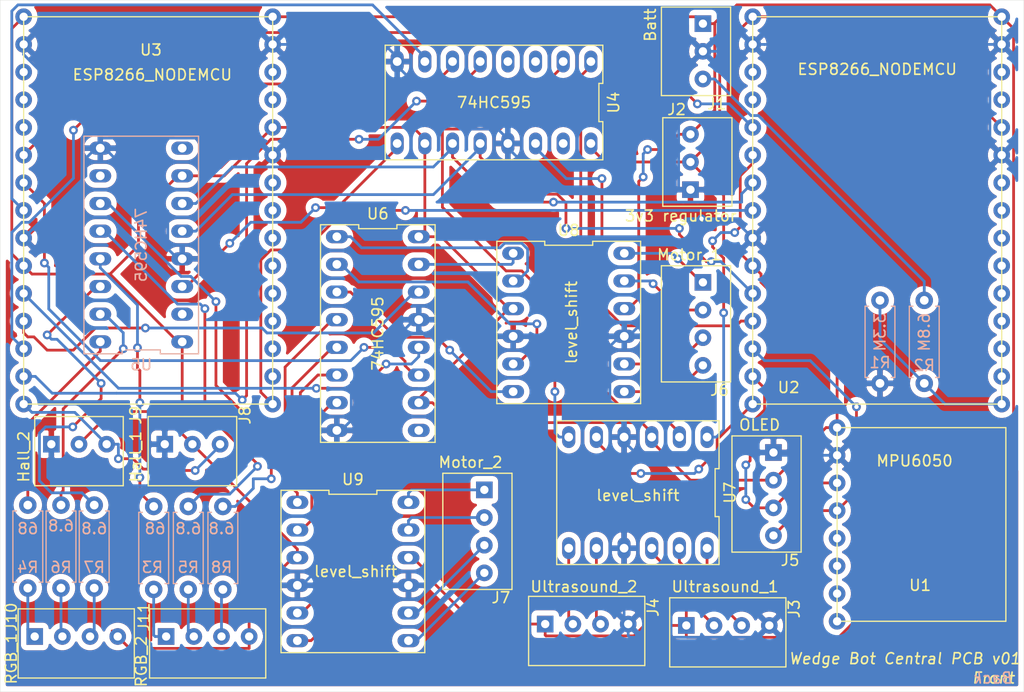
<source format=kicad_pcb>
(kicad_pcb (version 20171130) (host pcbnew "(5.1.4)-1")
  (title_block (title "Wedge Central Board") (rev v01) (comment 2 creativecommons.org/licenses/by/4.0/) (comment 3 "License: CC BY 4.0") (comment 4 "Author: Darius Lukas"))
  (layers (0 F.Cu signal hide) (31 B.Cu signal hide) (34 B.Paste user) (35 F.Paste user) (36 B.SilkS user) (37 F.SilkS user) (38 B.Mask user) (39 F.Mask user) (44 Edge.Cuts user))
  (net 0 "")
  (net 1 /+9V)
  (net 2 /GND)
  (net 3 /+5V)
  (net 4 /+3v3)
  (net 5 "Net-(J3-Pad2)")
  (net 6 "Net-(J3-Pad3)")
  (net 7 "Net-(J4-Pad3)")
  (net 8 "Net-(J4-Pad2)")
  (net 9 /SCL)
  (net 10 /SDA)
  (net 11 "Net-(J6-Pad4)")
  (net 12 "Net-(J6-Pad3)")
  (net 13 "Net-(J6-Pad2)")
  (net 14 "Net-(J6-Pad1)")
  (net 15 "Net-(J7-Pad1)")
  (net 16 "Net-(J7-Pad2)")
  (net 17 "Net-(J7-Pad3)")
  (net 18 "Net-(J7-Pad4)")
  (net 19 /hall)
  (net 20 "Net-(J10-Pad3)")
  (net 21 "Net-(J10-Pad2)")
  (net 22 "Net-(J10-Pad1)")
  (net 23 "Net-(J11-Pad3)")
  (net 24 "Net-(J11-Pad2)")
  (net 25 "Net-(J11-Pad1)")
  (net 26 "Net-(R1-Pad1)")
  (net 27 /red_2)
  (net 28 /red_1)
  (net 29 /green_2)
  (net 30 /green_1)
  (net 31 /blue_1)
  (net 32 /blue_2)
  (net 33 "Net-(U1-Pad7)")
  (net 34 "Net-(U1-Pad6)")
  (net 35 "Net-(U1-Pad5)")
  (net 36 "Net-(U1-Pad4)")
  (net 37 "Net-(U2-Pad27)")
  (net 38 "Net-(U2-Pad26)")
  (net 39 "Net-(U2-Pad23)")
  (net 40 "Net-(U2-Pad22)")
  (net 41 "Net-(U2-Pad21)")
  (net 42 "Net-(U2-Pad20)")
  (net 43 "Net-(U2-Pad19)")
  (net 44 "Net-(U2-Pad18)")
  (net 45 "Net-(U2-Pad17)")
  (net 46 "Net-(U2-Pad16)")
  (net 47 /ECHO_2)
  (net 48 /SER_1)
  (net 49 /RCLK_1)
  (net 50 /step_speed)
  (net 51 /SRCLK_1)
  (net 52 /ECHO_Base_1)
  (net 53 /step_count)
  (net 54 "Net-(U2-Pad3)")
  (net 55 "Net-(U2-Pad2)")
  (net 56 "Net-(U3-Pad2)")
  (net 57 "Net-(U3-Pad3)")
  (net 58 "Net-(U3-Pad4)")
  (net 59 /SRCLK_2)
  (net 60 /MCB_3)
  (net 61 /RCLK_2)
  (net 62 /SER_2)
  (net 63 /MCB_2)
  (net 64 /MCB_1)
  (net 65 "Net-(U3-Pad16)")
  (net 66 "Net-(U3-Pad17)")
  (net 67 "Net-(U3-Pad18)")
  (net 68 "Net-(U3-Pad19)")
  (net 69 "Net-(U3-Pad20)")
  (net 70 "Net-(U3-Pad21)")
  (net 71 "Net-(U3-Pad22)")
  (net 72 "Net-(U3-Pad23)")
  (net 73 "Net-(U3-Pad26)")
  (net 74 "Net-(U3-Pad27)")
  (net 75 "Net-(U4-Pad1)")
  (net 76 "Net-(U4-Pad15)")
  (net 77 "Net-(U4-Pad2)")
  (net 78 "Net-(U4-Pad3)")
  (net 79 "Net-(U4-Pad4)")
  (net 80 "Net-(U4-Pad9)")
  (net 81 "Net-(U5-Pad15)")
  (net 82 "Net-(U5-Pad7)")
  (net 83 "Net-(U5-Pad9)")
  (net 84 "Net-(U6-Pad9)")
  (net 85 "Net-(U6-Pad7)")
  (net 86 "Net-(U6-Pad6)")
  (net 87 "Net-(U6-Pad5)")
  (net 88 "Net-(U6-Pad4)")
  (net 89 "Net-(U6-Pad3)")
  (net 90 "Net-(U6-Pad2)")
  (net 91 "Net-(U6-Pad15)")
  (net 92 "Net-(U6-Pad1)")
  (module custom:JST_XHP_4 (layer F.Cu) (at 104.14 121.92 90)
    (fp_text reference J11 (at 1.778 -2.032 90) (layer F.SilkS))
    (fp_text value RGB_2 (at -2.286 -2.286 90) (layer F.SilkS))
    (pad 4 thru_hole circle (at 0 7.62 90) (size 1.524 1.524) (drill 0.762) (layers *.Cu *.Mask) (net 4 /+3v3))
    (pad 3 thru_hole circle (at 0 5.08 90) (size 1.524 1.524) (drill 0.762) (layers *.Cu *.Mask) (net 23 "Net-(J11-Pad3)"))
    (pad 2 thru_hole circle (at 0 2.54 90) (size 1.524 1.524) (drill 0.762) (layers *.Cu *.Mask) (net 24 "Net-(J11-Pad2)"))
    (pad 1 thru_hole rect (at 0 0 90) (size 1.524 1.524) (drill 0.762) (layers *.Cu *.Mask) (net 25 "Net-(J11-Pad1)"))
  )
  (module custom:JST_XHP_3 (layer F.Cu) (at 153.416 65.659)
    (fp_text reference J1 (at 1.27 7.358) (layer F.SilkS))
    (fp_text value Batt (at -4.826 0.127 90) (layer F.SilkS))
    (pad 3 thru_hole circle (at 0 5.08) (size 1.524 1.524) (drill 0.762) (layers *.Cu *.Mask) (net 1 /+9V))
    (pad 2 thru_hole circle (at 0 2.54) (size 1.524 1.524) (drill 0.762) (layers *.Cu *.Mask) (net 2 /GND))
    (pad 1 thru_hole rect (at 0 0) (size 1.524 1.524) (drill 0.762) (layers *.Cu *.Mask) (net 3 /+5V))
  )
  (module custom:JST_XHP_3 (layer F.Cu) (at 152.273 80.899 180)
    (fp_text reference J2 (at 1.27 7.358) (layer F.SilkS))
    (fp_text value Conn_01x03)
    (pad 1 thru_hole rect (at 0 0 180) (size 1.524 1.524) (drill 0.762) (layers *.Cu *.Mask) (net 2 /GND))
    (pad 2 thru_hole circle (at 0 2.54 180) (size 1.524 1.524) (drill 0.762) (layers *.Cu *.Mask) (net 4 /+3v3))
    (pad 3 thru_hole circle (at 0 5.08 180) (size 1.524 1.524) (drill 0.762) (layers *.Cu *.Mask) (net 3 /+5V))
  )
  (module custom:JST_XHP_4 (layer F.Cu) (at 151.892 120.904 90)
    (fp_text reference J3 (at 1.524 9.898 90) (layer F.SilkS))
    (fp_text value Ultrasound_1 (at 3.556 3.556 180) (layer F.SilkS))
    (pad 1 thru_hole rect (at 0 0 90) (size 1.524 1.524) (drill 0.762) (layers *.Cu *.Mask) (net 3 /+5V))
    (pad 2 thru_hole circle (at 0 2.54 90) (size 1.524 1.524) (drill 0.762) (layers *.Cu *.Mask) (net 5 "Net-(J3-Pad2)"))
    (pad 3 thru_hole circle (at 0 5.08 90) (size 1.524 1.524) (drill 0.762) (layers *.Cu *.Mask) (net 6 "Net-(J3-Pad3)"))
    (pad 4 thru_hole circle (at 0 7.62 90) (size 1.524 1.524) (drill 0.762) (layers *.Cu *.Mask) (net 2 /GND))
  )
  (module custom:JST_XHP_4 (layer F.Cu) (at 138.938 120.777 90)
    (fp_text reference J4 (at 1.524 9.898 90) (layer F.SilkS))
    (fp_text value Ultrasound_2 (at 3.429 3.556 180) (layer F.SilkS))
    (pad 4 thru_hole circle (at 0 7.62 90) (size 1.524 1.524) (drill 0.762) (layers *.Cu *.Mask) (net 2 /GND))
    (pad 3 thru_hole circle (at 0 5.08 90) (size 1.524 1.524) (drill 0.762) (layers *.Cu *.Mask) (net 7 "Net-(J4-Pad3)"))
    (pad 2 thru_hole circle (at 0 2.54 90) (size 1.524 1.524) (drill 0.762) (layers *.Cu *.Mask) (net 8 "Net-(J4-Pad2)"))
    (pad 1 thru_hole rect (at 0 0 90) (size 1.524 1.524) (drill 0.762) (layers *.Cu *.Mask) (net 3 /+5V))
  )
  (module custom:JST_XHP_4 (layer F.Cu) (at 159.893 105.029)
    (fp_text reference J5 (at 1.524 9.898) (layer F.SilkS))
    (fp_text value OLED (at -1.27 -2.532) (layer F.SilkS))
    (pad 1 thru_hole rect (at 0 0) (size 1.524 1.524) (drill 0.762) (layers *.Cu *.Mask) (net 2 /GND))
    (pad 2 thru_hole circle (at 0 2.54) (size 1.524 1.524) (drill 0.762) (layers *.Cu *.Mask) (net 4 /+3v3))
    (pad 3 thru_hole circle (at 0 5.08) (size 1.524 1.524) (drill 0.762) (layers *.Cu *.Mask) (net 9 /SCL))
    (pad 4 thru_hole circle (at 0 7.62) (size 1.524 1.524) (drill 0.762) (layers *.Cu *.Mask) (net 10 /SDA))
  )
  (module custom:JST_XHP_4 (layer F.Cu) (at 153.416 89.408)
    (fp_text reference J6 (at 1.524 9.898) (layer F.SilkS))
    (fp_text value Motor_1 (at -1.27 -2.532) (layer F.SilkS))
    (pad 4 thru_hole circle (at 0 7.62) (size 1.524 1.524) (drill 0.762) (layers *.Cu *.Mask) (net 11 "Net-(J6-Pad4)"))
    (pad 3 thru_hole circle (at 0 5.08) (size 1.524 1.524) (drill 0.762) (layers *.Cu *.Mask) (net 12 "Net-(J6-Pad3)"))
    (pad 2 thru_hole circle (at 0 2.54) (size 1.524 1.524) (drill 0.762) (layers *.Cu *.Mask) (net 13 "Net-(J6-Pad2)"))
    (pad 1 thru_hole rect (at 0 0) (size 1.524 1.524) (drill 0.762) (layers *.Cu *.Mask) (net 14 "Net-(J6-Pad1)"))
  )
  (module custom:JST_XHP_4 (layer F.Cu) (at 133.35 108.458)
    (fp_text reference J7 (at 1.524 9.898) (layer F.SilkS))
    (fp_text value Motor_2 (at -1.27 -2.532) (layer F.SilkS))
    (pad 1 thru_hole rect (at 0 0) (size 1.524 1.524) (drill 0.762) (layers *.Cu *.Mask) (net 15 "Net-(J7-Pad1)"))
    (pad 2 thru_hole circle (at 0 2.54) (size 1.524 1.524) (drill 0.762) (layers *.Cu *.Mask) (net 16 "Net-(J7-Pad2)"))
    (pad 3 thru_hole circle (at 0 5.08) (size 1.524 1.524) (drill 0.762) (layers *.Cu *.Mask) (net 17 "Net-(J7-Pad3)"))
    (pad 4 thru_hole circle (at 0 7.62) (size 1.524 1.524) (drill 0.762) (layers *.Cu *.Mask) (net 18 "Net-(J7-Pad4)"))
  )
  (module custom:JST_XHP_3 (layer F.Cu) (at 104.013 104.267 90)
    (fp_text reference J8 (at 2.667 7.358 90) (layer F.SilkS))
    (fp_text value Hall_1 (at -1.143 -2.667 90) (layer F.SilkS))
    (pad 1 thru_hole rect (at 0 0 90) (size 1.524 1.524) (drill 0.762) (layers *.Cu *.Mask) (net 2 /GND))
    (pad 2 thru_hole circle (at 0 2.54 90) (size 1.524 1.524) (drill 0.762) (layers *.Cu *.Mask) (net 4 /+3v3))
    (pad 3 thru_hole circle (at 0 5.08 90) (size 1.524 1.524) (drill 0.762) (layers *.Cu *.Mask) (net 19 /hall))
  )
  (module custom:JST_XHP_3 (layer F.Cu) (at 93.599 104.267 90)
    (fp_text reference J9 (at 2.667 7.747 90) (layer F.SilkS))
    (fp_text value Hall_2 (at -1.143 -2.532 90) (layer F.SilkS))
    (pad 3 thru_hole circle (at 0 5.08 90) (size 1.524 1.524) (drill 0.762) (layers *.Cu *.Mask) (net 19 /hall))
    (pad 2 thru_hole circle (at 0 2.54 90) (size 1.524 1.524) (drill 0.762) (layers *.Cu *.Mask) (net 4 /+3v3))
    (pad 1 thru_hole rect (at 0 0 90) (size 1.524 1.524) (drill 0.762) (layers *.Cu *.Mask) (net 2 /GND))
  )
  (module custom:JST_XHP_4 (layer F.Cu) (at 92.075 121.92 90)
    (fp_text reference J10 (at 1.778 -2.159 90) (layer F.SilkS))
    (fp_text value RGB_1 (at -2.032 -2.159 270) (layer F.SilkS))
    (pad 4 thru_hole circle (at 0 7.62 90) (size 1.524 1.524) (drill 0.762) (layers *.Cu *.Mask) (net 4 /+3v3))
    (pad 3 thru_hole circle (at 0 5.08 90) (size 1.524 1.524) (drill 0.762) (layers *.Cu *.Mask) (net 20 "Net-(J10-Pad3)"))
    (pad 2 thru_hole circle (at 0 2.54 90) (size 1.524 1.524) (drill 0.762) (layers *.Cu *.Mask) (net 21 "Net-(J10-Pad2)"))
    (pad 1 thru_hole rect (at 0 0 90) (size 1.524 1.524) (drill 0.762) (layers *.Cu *.Mask) (net 22 "Net-(J10-Pad1)"))
  )
  (module Resistor_THT:R_Axial_DIN0207_L6.3mm_D2.5mm_P7.62mm_Horizontal (layer B.Cu) (at 169.672 91.059 270)
    (fp_text reference R1 (at 5.715 0) (layer B.SilkS) (effects (justify mirror)))
    (fp_text value 3.3M (at 2.921 0 90) (layer B.SilkS) (effects (justify mirror)))
    (pad 2 thru_hole oval (at 7.62 0 270) (size 1.6 1.6) (drill 0.8) (layers *.Cu *.Mask) (net 2 /GND))
    (pad 1 thru_hole circle (at 0 0 270) (size 1.6 1.6) (drill 0.8) (layers *.Cu *.Mask) (net 26 "Net-(R1-Pad1)"))
  )
  (module Resistor_THT:R_Axial_DIN0207_L6.3mm_D2.5mm_P7.62mm_Horizontal (layer B.Cu) (at 173.736 91.059 270)
    (fp_text reference R2 (at 5.969 0) (layer B.SilkS) (effects (justify mirror)))
    (fp_text value 6.8M (at 2.921 0 270) (layer B.SilkS) (effects (justify mirror)))
    (pad 1 thru_hole circle (at 0 0 270) (size 1.6 1.6) (drill 0.8) (layers *.Cu *.Mask) (net 1 /+9V))
    (pad 2 thru_hole oval (at 7.62 0 270) (size 1.6 1.6) (drill 0.8) (layers *.Cu *.Mask) (net 26 "Net-(R1-Pad1)"))
  )
  (module Resistor_THT:R_Axial_DIN0207_L6.3mm_D2.5mm_P7.62mm_Horizontal (layer B.Cu) (at 102.997 117.602 90)
    (fp_text reference R3 (at 2.032 -0.127) (layer B.SilkS) (effects (justify mirror)))
    (fp_text value 68 (at 5.588 0.127) (layer B.SilkS) (effects (justify mirror)))
    (pad 2 thru_hole oval (at 7.62 0 90) (size 1.6 1.6) (drill 0.8) (layers *.Cu *.Mask) (net 27 /red_2))
    (pad 1 thru_hole circle (at 0 0 90) (size 1.6 1.6) (drill 0.8) (layers *.Cu *.Mask) (net 25 "Net-(J11-Pad1)"))
  )
  (module Resistor_THT:R_Axial_DIN0207_L6.3mm_D2.5mm_P7.62mm_Horizontal (layer B.Cu) (at 91.44 117.475 90)
    (fp_text reference R4 (at 1.905 0 180) (layer B.SilkS) (effects (justify mirror)))
    (fp_text value 68 (at 5.461 0) (layer B.SilkS) (effects (justify mirror)))
    (pad 1 thru_hole circle (at 0 0 90) (size 1.6 1.6) (drill 0.8) (layers *.Cu *.Mask) (net 22 "Net-(J10-Pad1)"))
    (pad 2 thru_hole oval (at 7.62 0 90) (size 1.6 1.6) (drill 0.8) (layers *.Cu *.Mask) (net 28 /red_1))
  )
  (module Resistor_THT:R_Axial_DIN0207_L6.3mm_D2.5mm_P7.62mm_Horizontal (layer B.Cu) (at 106.172 117.602 90)
    (fp_text reference R5 (at 2.032 0) (layer B.SilkS) (effects (justify mirror)))
    (fp_text value 6.8 (at 5.588 0) (layer B.SilkS) (effects (justify mirror)))
    (pad 1 thru_hole circle (at 0 0 90) (size 1.6 1.6) (drill 0.8) (layers *.Cu *.Mask) (net 24 "Net-(J11-Pad2)"))
    (pad 2 thru_hole oval (at 7.62 0 90) (size 1.6 1.6) (drill 0.8) (layers *.Cu *.Mask) (net 29 /green_2))
  )
  (module Resistor_THT:R_Axial_DIN0207_L6.3mm_D2.5mm_P7.62mm_Horizontal (layer B.Cu) (at 94.488 117.475 90)
    (fp_text reference R6 (at 1.905 0) (layer B.SilkS) (effects (justify mirror)))
    (fp_text value 6.8 (at 5.715 0) (layer B.SilkS) (effects (justify mirror)))
    (pad 2 thru_hole oval (at 7.62 0 90) (size 1.6 1.6) (drill 0.8) (layers *.Cu *.Mask) (net 30 /green_1))
    (pad 1 thru_hole circle (at 0 0 90) (size 1.6 1.6) (drill 0.8) (layers *.Cu *.Mask) (net 21 "Net-(J10-Pad2)"))
  )
  (module Resistor_THT:R_Axial_DIN0207_L6.3mm_D2.5mm_P7.62mm_Horizontal (layer B.Cu) (at 97.536 117.475 90)
    (fp_text reference R7 (at 1.905 0) (layer B.SilkS) (effects (justify mirror)))
    (fp_text value 6.8 (at 5.461 0) (layer B.SilkS) (effects (justify mirror)))
    (pad 1 thru_hole circle (at 0 0 90) (size 1.6 1.6) (drill 0.8) (layers *.Cu *.Mask) (net 20 "Net-(J10-Pad3)"))
    (pad 2 thru_hole oval (at 7.62 0 90) (size 1.6 1.6) (drill 0.8) (layers *.Cu *.Mask) (net 31 /blue_1))
  )
  (module Resistor_THT:R_Axial_DIN0207_L6.3mm_D2.5mm_P7.62mm_Horizontal (layer B.Cu) (at 109.347 117.602 90)
    (fp_text reference R8 (at 2.032 -0.127) (layer B.SilkS) (effects (justify mirror)))
    (fp_text value 6.8 (at 5.588 -0.127) (layer B.SilkS) (effects (justify mirror)))
    (pad 2 thru_hole oval (at 7.62 0 90) (size 1.6 1.6) (drill 0.8) (layers *.Cu *.Mask) (net 32 /blue_2))
    (pad 1 thru_hole circle (at 0 0 90) (size 1.6 1.6) (drill 0.8) (layers *.Cu *.Mask) (net 23 "Net-(J11-Pad3)"))
  )
  (module custom:MPU6050 (layer F.Cu) (at 165.735 102.743)
    (fp_text reference U1 (at 7.62 14.478) (layer F.SilkS))
    (fp_text value MPU6050 (at 7.112 3.056) (layer F.SilkS))
    (pad 7 thru_hole circle (at 0 17.78) (size 1.524 1.524) (drill 0.762) (layers *.Cu *.Mask) (net 33 "Net-(U1-Pad7)"))
    (pad 6 thru_hole circle (at 0 15.24) (size 1.524 1.524) (drill 0.762) (layers *.Cu *.Mask) (net 34 "Net-(U1-Pad6)"))
    (pad 5 thru_hole circle (at 0 12.7) (size 1.524 1.524) (drill 0.762) (layers *.Cu *.Mask) (net 35 "Net-(U1-Pad5)"))
    (pad 4 thru_hole circle (at 0 10.16) (size 1.524 1.524) (drill 0.762) (layers *.Cu *.Mask) (net 36 "Net-(U1-Pad4)"))
    (pad 3 thru_hole circle (at 0 7.62) (size 1.524 1.524) (drill 0.762) (layers *.Cu *.Mask) (net 10 /SDA))
    (pad 2 thru_hole circle (at 0 5.08) (size 1.524 1.524) (drill 0.762) (layers *.Cu *.Mask) (net 9 /SCL))
    (pad 1 thru_hole circle (at 0 2.54) (size 1.524 1.524) (drill 0.762) (layers *.Cu *.Mask) (net 2 /GND))
    (pad 0 thru_hole circle (at 0 0) (size 1.524 1.524) (drill 0.762) (layers *.Cu *.Mask) (net 4 /+3v3))
  )
  (module custom:ESP8266_NODEMCU (layer F.Cu) (at 157.988 65.024)
    (fp_text reference U2 (at 3.302 34.036) (layer F.SilkS))
    (fp_text value ESP8266_NODEMCU (at 11.43 4.826) (layer F.SilkS))
    (pad 29 thru_hole circle (at 22.86 0) (size 1.524 1.524) (drill 0.762) (layers *.Cu *.Mask) (net 3 /+5V))
    (pad 28 thru_hole circle (at 22.86 2.54) (size 1.524 1.524) (drill 0.762) (layers *.Cu *.Mask) (net 2 /GND))
    (pad 27 thru_hole circle (at 22.86 5.08) (size 1.524 1.524) (drill 0.762) (layers *.Cu *.Mask) (net 37 "Net-(U2-Pad27)"))
    (pad 26 thru_hole circle (at 22.86 7.62) (size 1.524 1.524) (drill 0.762) (layers *.Cu *.Mask) (net 38 "Net-(U2-Pad26)"))
    (pad 25 thru_hole circle (at 22.86 10.16) (size 1.524 1.524) (drill 0.762) (layers *.Cu *.Mask) (net 4 /+3v3))
    (pad 24 thru_hole circle (at 22.86 12.7) (size 1.524 1.524) (drill 0.762) (layers *.Cu *.Mask) (net 2 /GND))
    (pad 23 thru_hole circle (at 22.86 15.24) (size 1.524 1.524) (drill 0.762) (layers *.Cu *.Mask) (net 39 "Net-(U2-Pad23)"))
    (pad 22 thru_hole circle (at 22.86 17.78) (size 1.524 1.524) (drill 0.762) (layers *.Cu *.Mask) (net 40 "Net-(U2-Pad22)"))
    (pad 21 thru_hole circle (at 22.86 20.32) (size 1.524 1.524) (drill 0.762) (layers *.Cu *.Mask) (net 41 "Net-(U2-Pad21)"))
    (pad 20 thru_hole circle (at 22.86 22.86) (size 1.524 1.524) (drill 0.762) (layers *.Cu *.Mask) (net 42 "Net-(U2-Pad20)"))
    (pad 19 thru_hole circle (at 22.86 25.4) (size 1.524 1.524) (drill 0.762) (layers *.Cu *.Mask) (net 43 "Net-(U2-Pad19)"))
    (pad 18 thru_hole circle (at 22.86 27.94) (size 1.524 1.524) (drill 0.762) (layers *.Cu *.Mask) (net 44 "Net-(U2-Pad18)"))
    (pad 17 thru_hole circle (at 22.86 30.48) (size 1.524 1.524) (drill 0.762) (layers *.Cu *.Mask) (net 45 "Net-(U2-Pad17)"))
    (pad 16 thru_hole circle (at 22.86 33.02) (size 1.524 1.524) (drill 0.762) (layers *.Cu *.Mask) (net 46 "Net-(U2-Pad16)"))
    (pad 15 thru_hole circle (at 22.86 35.56) (size 1.524 1.524) (drill 0.762) (layers *.Cu *.Mask) (net 26 "Net-(R1-Pad1)"))
    (pad 14 thru_hole circle (at 0 35.56) (size 1.524 1.524) (drill 0.762) (layers *.Cu *.Mask) (net 47 /ECHO_2))
    (pad 13 thru_hole circle (at 0 33.02) (size 1.524 1.524) (drill 0.762) (layers *.Cu *.Mask) (net 9 /SCL))
    (pad 12 thru_hole circle (at 0 30.48) (size 1.524 1.524) (drill 0.762) (layers *.Cu *.Mask) (net 10 /SDA))
    (pad 11 thru_hole circle (at 0 27.94) (size 1.524 1.524) (drill 0.762) (layers *.Cu *.Mask) (net 48 /SER_1))
    (pad 10 thru_hole circle (at 0 25.4) (size 1.524 1.524) (drill 0.762) (layers *.Cu *.Mask) (net 49 /RCLK_1))
    (pad 9 thru_hole circle (at 0 22.86) (size 1.524 1.524) (drill 0.762) (layers *.Cu *.Mask) (net 4 /+3v3))
    (pad 8 thru_hole circle (at 0 20.32) (size 1.524 1.524) (drill 0.762) (layers *.Cu *.Mask) (net 2 /GND))
    (pad 7 thru_hole circle (at 0 17.78) (size 1.524 1.524) (drill 0.762) (layers *.Cu *.Mask) (net 50 /step_speed))
    (pad 6 thru_hole circle (at 0 15.24) (size 1.524 1.524) (drill 0.762) (layers *.Cu *.Mask) (net 51 /SRCLK_1))
    (pad 5 thru_hole circle (at 0 12.7) (size 1.524 1.524) (drill 0.762) (layers *.Cu *.Mask) (net 52 /ECHO_Base_1))
    (pad 4 thru_hole circle (at 0 10.16) (size 1.524 1.524) (drill 0.762) (layers *.Cu *.Mask) (net 53 /step_count))
    (pad 3 thru_hole circle (at 0 7.62) (size 1.524 1.524) (drill 0.762) (layers *.Cu *.Mask) (net 54 "Net-(U2-Pad3)"))
    (pad 2 thru_hole circle (at 0 5.08) (size 1.524 1.524) (drill 0.762) (layers *.Cu *.Mask) (net 55 "Net-(U2-Pad2)"))
    (pad 1 thru_hole circle (at 0 2.54) (size 1.524 1.524) (drill 0.762) (layers *.Cu *.Mask) (net 2 /GND))
    (pad 0 thru_hole circle (at 0 0) (size 1.524 1.524) (drill 0.762) (layers *.Cu *.Mask) (net 4 /+3v3))
  )
  (module custom:ESP8266_NODEMCU (layer F.Cu) (at 91.059 65.024)
    (fp_text reference U3 (at 11.684 3.048) (layer F.SilkS))
    (fp_text value ESP8266_NODEMCU (at 11.811 5.334) (layer F.SilkS))
    (pad 0 thru_hole circle (at 0 0) (size 1.524 1.524) (drill 0.762) (layers *.Cu *.Mask) (net 4 /+3v3))
    (pad 1 thru_hole circle (at 0 2.54) (size 1.524 1.524) (drill 0.762) (layers *.Cu *.Mask) (net 2 /GND))
    (pad 2 thru_hole circle (at 0 5.08) (size 1.524 1.524) (drill 0.762) (layers *.Cu *.Mask) (net 56 "Net-(U3-Pad2)"))
    (pad 3 thru_hole circle (at 0 7.62) (size 1.524 1.524) (drill 0.762) (layers *.Cu *.Mask) (net 57 "Net-(U3-Pad3)"))
    (pad 4 thru_hole circle (at 0 10.16) (size 1.524 1.524) (drill 0.762) (layers *.Cu *.Mask) (net 58 "Net-(U3-Pad4)"))
    (pad 5 thru_hole circle (at 0 12.7) (size 1.524 1.524) (drill 0.762) (layers *.Cu *.Mask) (net 53 /step_count))
    (pad 6 thru_hole circle (at 0 15.24) (size 1.524 1.524) (drill 0.762) (layers *.Cu *.Mask) (net 59 /SRCLK_2))
    (pad 7 thru_hole circle (at 0 17.78) (size 1.524 1.524) (drill 0.762) (layers *.Cu *.Mask) (net 60 /MCB_3))
    (pad 8 thru_hole circle (at 0 20.32) (size 1.524 1.524) (drill 0.762) (layers *.Cu *.Mask) (net 2 /GND))
    (pad 9 thru_hole circle (at 0 22.86) (size 1.524 1.524) (drill 0.762) (layers *.Cu *.Mask) (net 4 /+3v3))
    (pad 10 thru_hole circle (at 0 25.4) (size 1.524 1.524) (drill 0.762) (layers *.Cu *.Mask) (net 61 /RCLK_2))
    (pad 11 thru_hole circle (at 0 27.94) (size 1.524 1.524) (drill 0.762) (layers *.Cu *.Mask) (net 62 /SER_2))
    (pad 12 thru_hole circle (at 0 30.48) (size 1.524 1.524) (drill 0.762) (layers *.Cu *.Mask) (net 63 /MCB_2))
    (pad 13 thru_hole circle (at 0 33.02) (size 1.524 1.524) (drill 0.762) (layers *.Cu *.Mask) (net 64 /MCB_1))
    (pad 14 thru_hole circle (at 0 35.56) (size 1.524 1.524) (drill 0.762) (layers *.Cu *.Mask) (net 19 /hall))
    (pad 15 thru_hole circle (at 22.86 35.56) (size 1.524 1.524) (drill 0.762) (layers *.Cu *.Mask) (net 50 /step_speed))
    (pad 16 thru_hole circle (at 22.86 33.02) (size 1.524 1.524) (drill 0.762) (layers *.Cu *.Mask) (net 65 "Net-(U3-Pad16)"))
    (pad 17 thru_hole circle (at 22.86 30.48) (size 1.524 1.524) (drill 0.762) (layers *.Cu *.Mask) (net 66 "Net-(U3-Pad17)"))
    (pad 18 thru_hole circle (at 22.86 27.94) (size 1.524 1.524) (drill 0.762) (layers *.Cu *.Mask) (net 67 "Net-(U3-Pad18)"))
    (pad 19 thru_hole circle (at 22.86 25.4) (size 1.524 1.524) (drill 0.762) (layers *.Cu *.Mask) (net 68 "Net-(U3-Pad19)"))
    (pad 20 thru_hole circle (at 22.86 22.86) (size 1.524 1.524) (drill 0.762) (layers *.Cu *.Mask) (net 69 "Net-(U3-Pad20)"))
    (pad 21 thru_hole circle (at 22.86 20.32) (size 1.524 1.524) (drill 0.762) (layers *.Cu *.Mask) (net 70 "Net-(U3-Pad21)"))
    (pad 22 thru_hole circle (at 22.86 17.78) (size 1.524 1.524) (drill 0.762) (layers *.Cu *.Mask) (net 71 "Net-(U3-Pad22)"))
    (pad 23 thru_hole circle (at 22.86 15.24) (size 1.524 1.524) (drill 0.762) (layers *.Cu *.Mask) (net 72 "Net-(U3-Pad23)"))
    (pad 24 thru_hole circle (at 22.86 12.7) (size 1.524 1.524) (drill 0.762) (layers *.Cu *.Mask) (net 2 /GND))
    (pad 25 thru_hole circle (at 22.86 10.16) (size 1.524 1.524) (drill 0.762) (layers *.Cu *.Mask) (net 4 /+3v3))
    (pad 26 thru_hole circle (at 22.86 7.62) (size 1.524 1.524) (drill 0.762) (layers *.Cu *.Mask) (net 73 "Net-(U3-Pad26)"))
    (pad 27 thru_hole circle (at 22.86 5.08) (size 1.524 1.524) (drill 0.762) (layers *.Cu *.Mask) (net 74 "Net-(U3-Pad27)"))
    (pad 28 thru_hole circle (at 22.86 2.54) (size 1.524 1.524) (drill 0.762) (layers *.Cu *.Mask) (net 2 /GND))
    (pad 29 thru_hole circle (at 22.86 0) (size 1.524 1.524) (drill 0.762) (layers *.Cu *.Mask) (net 3 /+5V))
  )
  (module custom:74HC595N (layer F.Cu) (at 134.239 72.898 180)
    (fp_text reference U4 (at -10.99 0 90) (layer F.SilkS))
    (fp_text value 74HC595 (at 0 0) (layer F.SilkS))
    (pad 16 thru_hole oval (at -8.89 -3.76 180) (size 1.2 2) (drill 0.8) (layers *.Cu *.Mask) (net 4 /+3v3))
    (pad 1 thru_hole oval (at -8.89 3.76 180) (size 1.2 2) (drill 0.8) (layers *.Cu *.Mask) (net 75 "Net-(U4-Pad1)"))
    (pad 15 thru_hole oval (at -6.35 -3.76 180) (size 1.2 2) (drill 0.8) (layers *.Cu *.Mask) (net 76 "Net-(U4-Pad15)"))
    (pad 2 thru_hole oval (at -6.35 3.76 180) (size 1.2 2) (drill 0.8) (layers *.Cu *.Mask) (net 77 "Net-(U4-Pad2)"))
    (pad 14 thru_hole oval (at -3.81 -3.76 180) (size 1.2 2) (drill 0.8) (layers *.Cu *.Mask) (net 48 /SER_1))
    (pad 3 thru_hole oval (at -3.81 3.76 180) (size 1.2 2) (drill 0.8) (layers *.Cu *.Mask) (net 78 "Net-(U4-Pad3)"))
    (pad 13 thru_hole oval (at -1.27 -3.76 180) (size 1.2 2) (drill 0.8) (layers *.Cu *.Mask) (net 2 /GND))
    (pad 4 thru_hole oval (at -1.27 3.76 180) (size 1.2 2) (drill 0.8) (layers *.Cu *.Mask) (net 79 "Net-(U4-Pad4)"))
    (pad 12 thru_hole oval (at 1.27 -3.76 180) (size 1.2 2) (drill 0.8) (layers *.Cu *.Mask) (net 49 /RCLK_1))
    (pad 5 thru_hole oval (at 1.27 3.76 180) (size 1.2 2) (drill 0.8) (layers *.Cu *.Mask) (net 64 /MCB_1))
    (pad 11 thru_hole oval (at 3.81 -3.76 180) (size 1.2 2) (drill 0.8) (layers *.Cu *.Mask) (net 51 /SRCLK_1))
    (pad 6 thru_hole oval (at 3.81 3.76 180) (size 1.2 2) (drill 0.8) (layers *.Cu *.Mask) (net 63 /MCB_2))
    (pad 10 thru_hole oval (at 6.35 -3.76 180) (size 1.2 2) (drill 0.8) (layers *.Cu *.Mask) (net 4 /+3v3))
    (pad 7 thru_hole oval (at 6.35 3.76 180) (size 1.2 2) (drill 0.8) (layers *.Cu *.Mask) (net 60 /MCB_3))
    (pad 9 thru_hole oval (at 8.89 -3.76 180) (size 1.2 2) (drill 0.8) (layers *.Cu *.Mask) (net 80 "Net-(U4-Pad9)"))
    (pad 8 thru_hole oval (at 8.89 3.76 180) (size 1.2 2) (drill 0.8) (layers *.Cu *.Mask) (net 2 /GND))
  )
  (module custom:74HC595N (layer B.Cu) (at 101.854 85.979 90)
    (fp_text reference U5 (at -10.99 0) (layer B.SilkS) (effects (justify mirror)))
    (fp_text value 74HC595 (at 0 0 270) (layer B.SilkS) (effects (justify mirror)))
    (pad 16 thru_hole oval (at -8.89 3.76 90) (size 1.2 2) (drill 0.8) (layers *.Cu *.Mask) (net 4 /+3v3))
    (pad 1 thru_hole oval (at -8.89 -3.76 90) (size 1.2 2) (drill 0.8) (layers *.Cu *.Mask) (net 28 /red_1))
    (pad 15 thru_hole oval (at -6.35 3.76 90) (size 1.2 2) (drill 0.8) (layers *.Cu *.Mask) (net 81 "Net-(U5-Pad15)"))
    (pad 2 thru_hole oval (at -6.35 -3.76 90) (size 1.2 2) (drill 0.8) (layers *.Cu *.Mask) (net 30 /green_1))
    (pad 14 thru_hole oval (at -3.81 3.76 90) (size 1.2 2) (drill 0.8) (layers *.Cu *.Mask) (net 80 "Net-(U4-Pad9)"))
    (pad 3 thru_hole oval (at -3.81 -3.76 90) (size 1.2 2) (drill 0.8) (layers *.Cu *.Mask) (net 31 /blue_1))
    (pad 13 thru_hole oval (at -1.27 3.76 90) (size 1.2 2) (drill 0.8) (layers *.Cu *.Mask) (net 2 /GND))
    (pad 4 thru_hole oval (at -1.27 -3.76 90) (size 1.2 2) (drill 0.8) (layers *.Cu *.Mask) (net 27 /red_2))
    (pad 12 thru_hole oval (at 1.27 3.76 90) (size 1.2 2) (drill 0.8) (layers *.Cu *.Mask) (net 49 /RCLK_1))
    (pad 5 thru_hole oval (at 1.27 -3.76 90) (size 1.2 2) (drill 0.8) (layers *.Cu *.Mask) (net 29 /green_2))
    (pad 11 thru_hole oval (at 3.81 3.76 90) (size 1.2 2) (drill 0.8) (layers *.Cu *.Mask) (net 51 /SRCLK_1))
    (pad 6 thru_hole oval (at 3.81 -3.76 90) (size 1.2 2) (drill 0.8) (layers *.Cu *.Mask) (net 32 /blue_2))
    (pad 10 thru_hole oval (at 6.35 3.76 90) (size 1.2 2) (drill 0.8) (layers *.Cu *.Mask) (net 4 /+3v3))
    (pad 7 thru_hole oval (at 6.35 -3.76 90) (size 1.2 2) (drill 0.8) (layers *.Cu *.Mask) (net 82 "Net-(U5-Pad7)"))
    (pad 9 thru_hole oval (at 8.89 3.76 90) (size 1.2 2) (drill 0.8) (layers *.Cu *.Mask) (net 83 "Net-(U5-Pad9)"))
    (pad 8 thru_hole oval (at 8.89 -3.76 90) (size 1.2 2) (drill 0.8) (layers *.Cu *.Mask) (net 2 /GND))
  )
  (module custom:74HC595N (layer F.Cu) (at 123.571 94.107 270)
    (fp_text reference U6 (at -10.99 0 180) (layer F.SilkS))
    (fp_text value 74HC595 (at 0 0 270) (layer F.SilkS))
    (pad 8 thru_hole oval (at 8.89 3.76 270) (size 1.2 2) (drill 0.8) (layers *.Cu *.Mask) (net 2 /GND))
    (pad 9 thru_hole oval (at 8.89 -3.76 270) (size 1.2 2) (drill 0.8) (layers *.Cu *.Mask) (net 84 "Net-(U6-Pad9)"))
    (pad 7 thru_hole oval (at 6.35 3.76 270) (size 1.2 2) (drill 0.8) (layers *.Cu *.Mask) (net 85 "Net-(U6-Pad7)"))
    (pad 10 thru_hole oval (at 6.35 -3.76 270) (size 1.2 2) (drill 0.8) (layers *.Cu *.Mask) (net 4 /+3v3))
    (pad 6 thru_hole oval (at 3.81 3.76 270) (size 1.2 2) (drill 0.8) (layers *.Cu *.Mask) (net 86 "Net-(U6-Pad6)"))
    (pad 11 thru_hole oval (at 3.81 -3.76 270) (size 1.2 2) (drill 0.8) (layers *.Cu *.Mask) (net 59 /SRCLK_2))
    (pad 5 thru_hole oval (at 1.27 3.76 270) (size 1.2 2) (drill 0.8) (layers *.Cu *.Mask) (net 87 "Net-(U6-Pad5)"))
    (pad 12 thru_hole oval (at 1.27 -3.76 270) (size 1.2 2) (drill 0.8) (layers *.Cu *.Mask) (net 61 /RCLK_2))
    (pad 4 thru_hole oval (at -1.27 3.76 270) (size 1.2 2) (drill 0.8) (layers *.Cu *.Mask) (net 88 "Net-(U6-Pad4)"))
    (pad 13 thru_hole oval (at -1.27 -3.76 270) (size 1.2 2) (drill 0.8) (layers *.Cu *.Mask) (net 2 /GND))
    (pad 3 thru_hole oval (at -3.81 3.76 270) (size 1.2 2) (drill 0.8) (layers *.Cu *.Mask) (net 89 "Net-(U6-Pad3)"))
    (pad 14 thru_hole oval (at -3.81 -3.76 270) (size 1.2 2) (drill 0.8) (layers *.Cu *.Mask) (net 62 /SER_2))
    (pad 2 thru_hole oval (at -6.35 3.76 270) (size 1.2 2) (drill 0.8) (layers *.Cu *.Mask) (net 90 "Net-(U6-Pad2)"))
    (pad 15 thru_hole oval (at -6.35 -3.76 270) (size 1.2 2) (drill 0.8) (layers *.Cu *.Mask) (net 91 "Net-(U6-Pad15)"))
    (pad 1 thru_hole oval (at -8.89 3.76 270) (size 1.2 2) (drill 0.8) (layers *.Cu *.Mask) (net 92 "Net-(U6-Pad1)"))
    (pad 16 thru_hole oval (at -8.89 -3.76 270) (size 1.2 2) (drill 0.8) (layers *.Cu *.Mask) (net 4 /+3v3))
  )
  (module custom:Level_shift (layer F.Cu) (at 147.447 108.712 180)
    (fp_text reference U7 (at -8.45 0 90) (layer F.SilkS))
    (fp_text value level_shift (at 0 -0.254) (layer F.SilkS))
    (pad 5 thru_hole oval (at 6.35 5.1 180) (size 1.2 2) (drill 0.8) (layers *.Cu *.Mask) (net 77 "Net-(U4-Pad2)"))
    (pad 11 thru_hole oval (at 6.35 -5.1 180) (size 1.2 2) (drill 0.8) (layers *.Cu *.Mask) (net 8 "Net-(J4-Pad2)"))
    (pad 4 thru_hole oval (at 3.81 5.1 180) (size 1.2 2) (drill 0.8) (layers *.Cu *.Mask) (net 47 /ECHO_2))
    (pad 10 thru_hole oval (at 3.81 -5.1 180) (size 1.2 2) (drill 0.8) (layers *.Cu *.Mask) (net 7 "Net-(J4-Pad3)"))
    (pad 3 thru_hole oval (at 1.27 5.1 180) (size 1.2 2) (drill 0.8) (layers *.Cu *.Mask) (net 2 /GND))
    (pad 9 thru_hole oval (at 1.27 -5.1 180) (size 1.2 2) (drill 0.8) (layers *.Cu *.Mask) (net 2 /GND))
    (pad 2 thru_hole oval (at -1.27 5.1 180) (size 1.2 2) (drill 0.8) (layers *.Cu *.Mask) (net 4 /+3v3))
    (pad 8 thru_hole oval (at -1.27 -5.1 180) (size 1.2 2) (drill 0.8) (layers *.Cu *.Mask) (net 3 /+5V))
    (pad 1 thru_hole oval (at -3.81 5.1 180) (size 1.2 2) (drill 0.8) (layers *.Cu *.Mask) (net 75 "Net-(U4-Pad1)"))
    (pad 7 thru_hole oval (at -3.81 -5.1 180) (size 1.2 2) (drill 0.8) (layers *.Cu *.Mask) (net 5 "Net-(J3-Pad2)"))
    (pad 0 thru_hole oval (at -6.35 5.1 180) (size 1.2 2) (drill 0.8) (layers *.Cu *.Mask) (net 52 /ECHO_Base_1))
    (pad 6 thru_hole oval (at -6.35 -5.1 180) (size 1.2 2) (drill 0.8) (layers *.Cu *.Mask) (net 6 "Net-(J3-Pad3)"))
  )
  (module custom:Level_shift (layer F.Cu) (at 141.097 93.091 270)
    (fp_text reference U8 (at -8.45 0) (layer F.SilkS))
    (fp_text value level_shift (at 0 -0.254 90) (layer F.SilkS))
    (pad 6 thru_hole oval (at -6.35 -5.1 270) (size 1.2 2) (drill 0.8) (layers *.Cu *.Mask) (net 14 "Net-(J6-Pad1)"))
    (pad 0 thru_hole oval (at -6.35 5.1 270) (size 1.2 2) (drill 0.8) (layers *.Cu *.Mask) (net 91 "Net-(U6-Pad15)"))
    (pad 7 thru_hole oval (at -3.81 -5.1 270) (size 1.2 2) (drill 0.8) (layers *.Cu *.Mask) (net 13 "Net-(J6-Pad2)"))
    (pad 1 thru_hole oval (at -3.81 5.1 270) (size 1.2 2) (drill 0.8) (layers *.Cu *.Mask) (net 92 "Net-(U6-Pad1)"))
    (pad 8 thru_hole oval (at -1.27 -5.1 270) (size 1.2 2) (drill 0.8) (layers *.Cu *.Mask) (net 3 /+5V))
    (pad 2 thru_hole oval (at -1.27 5.1 270) (size 1.2 2) (drill 0.8) (layers *.Cu *.Mask) (net 4 /+3v3))
    (pad 9 thru_hole oval (at 1.27 -5.1 270) (size 1.2 2) (drill 0.8) (layers *.Cu *.Mask) (net 2 /GND))
    (pad 3 thru_hole oval (at 1.27 5.1 270) (size 1.2 2) (drill 0.8) (layers *.Cu *.Mask) (net 2 /GND))
    (pad 10 thru_hole oval (at 3.81 -5.1 270) (size 1.2 2) (drill 0.8) (layers *.Cu *.Mask) (net 12 "Net-(J6-Pad3)"))
    (pad 4 thru_hole oval (at 3.81 5.1 270) (size 1.2 2) (drill 0.8) (layers *.Cu *.Mask) (net 90 "Net-(U6-Pad2)"))
    (pad 11 thru_hole oval (at 6.35 -5.1 270) (size 1.2 2) (drill 0.8) (layers *.Cu *.Mask) (net 11 "Net-(J6-Pad4)"))
    (pad 5 thru_hole oval (at 6.35 5.1 270) (size 1.2 2) (drill 0.8) (layers *.Cu *.Mask) (net 89 "Net-(U6-Pad3)"))
  )
  (module custom:Level_shift (layer F.Cu) (at 121.285 115.951 270)
    (fp_text reference U9 (at -8.45 0) (layer F.SilkS))
    (fp_text value level_shift (at 0 -0.254) (layer F.SilkS))
    (pad 6 thru_hole oval (at -6.35 -5.1 270) (size 1.2 2) (drill 0.8) (layers *.Cu *.Mask) (net 15 "Net-(J7-Pad1)"))
    (pad 0 thru_hole oval (at -6.35 5.1 270) (size 1.2 2) (drill 0.8) (layers *.Cu *.Mask) (net 88 "Net-(U6-Pad4)"))
    (pad 7 thru_hole oval (at -3.81 -5.1 270) (size 1.2 2) (drill 0.8) (layers *.Cu *.Mask) (net 16 "Net-(J7-Pad2)"))
    (pad 1 thru_hole oval (at -3.81 5.1 270) (size 1.2 2) (drill 0.8) (layers *.Cu *.Mask) (net 87 "Net-(U6-Pad5)"))
    (pad 8 thru_hole oval (at -1.27 -5.1 270) (size 1.2 2) (drill 0.8) (layers *.Cu *.Mask) (net 3 /+5V))
    (pad 2 thru_hole oval (at -1.27 5.1 270) (size 1.2 2) (drill 0.8) (layers *.Cu *.Mask) (net 4 /+3v3))
    (pad 9 thru_hole oval (at 1.27 -5.1 270) (size 1.2 2) (drill 0.8) (layers *.Cu *.Mask) (net 2 /GND))
    (pad 3 thru_hole oval (at 1.27 5.1 270) (size 1.2 2) (drill 0.8) (layers *.Cu *.Mask) (net 2 /GND))
    (pad 10 thru_hole oval (at 3.81 -5.1 270) (size 1.2 2) (drill 0.8) (layers *.Cu *.Mask) (net 17 "Net-(J7-Pad3)"))
    (pad 4 thru_hole oval (at 3.81 5.1 270) (size 1.2 2) (drill 0.8) (layers *.Cu *.Mask) (net 86 "Net-(U6-Pad6)"))
    (pad 11 thru_hole oval (at 6.35 -5.1 270) (size 1.2 2) (drill 0.8) (layers *.Cu *.Mask) (net 18 "Net-(J7-Pad4)"))
    (pad 5 thru_hole oval (at 6.35 5.1 270) (size 1.2 2) (drill 0.8) (layers *.Cu *.Mask) (net 85 "Net-(U6-Pad7)"))
  )
  (gr_text "3v3 regulator" (at 151.384 83.312) (layer F.SilkS) (effects (font (size 1 1))))
  (gr_text Front (at 180.086 125.73) (layer F.SilkS) (effects (font (size 1 1) (thickness 0.15) italic)))
  (gr_text Back (at 180.086 125.73) (layer B.SilkS) (effects (font (size 1 1) (thickness 0.15) italic) (justify mirror)))
  (gr_text "Wedge Bot Central PCB v01" (at 171.958 123.952) (layer F.SilkS) (effects (font (size 1 1) (thickness 0.15) italic)))
  (gr_line (start 182.88 127) (end 88.9 127) (layer Edge.Cuts) (width 0.0254))
  (gr_line (start 182.88 63.5) (end 182.88 127) (layer Edge.Cuts) (width 0.0254))
  (gr_line (start 88.9 63.5) (end 182.88 63.5) (layer Edge.Cuts) (width 0.0254))
  (gr_line (start 88.9 127) (end 88.9 63.5) (layer Edge.Cuts) (width 0.0254))
  (segment (start 173.736 89.92763) (end 173.736 91.059) (width 0.254) (layer B.Cu) (net 1))
  (segment (start 173.736 89.320278) (end 173.736 89.92763) (width 0.254) (layer B.Cu) (net 1))
  (segment (start 154.49363 70.739) (end 155.89063 72.136) (width 0.254) (layer B.Cu) (net 1))
  (segment (start 153.416 70.739) (end 154.49363 70.739) (width 0.254) (layer B.Cu) (net 1))
  (segment (start 155.89063 72.136) (end 155.89063 72.158352) (width 0.254) (layer B.Cu) (net 1))
  (segment (start 155.89063 72.158352) (end 157.827277 74.094999) (width 0.254) (layer B.Cu) (net 1))
  (segment (start 157.827277 74.094999) (end 158.510721 74.094999) (width 0.254) (layer B.Cu) (net 1))
  (segment (start 158.510721 74.094999) (end 173.736 89.320278) (width 0.254) (layer B.Cu) (net 1))
  (segment (start 98.094 75.527278) (end 98.094 76.235) (width 0.254) (layer B.Cu) (net 2))
  (segment (start 91.059 68.492278) (end 98.094 75.527278) (width 0.254) (layer B.Cu) (net 2))
  (segment (start 91.059 67.564) (end 91.059 68.492278) (width 0.254) (layer B.Cu) (net 2))
  (segment (start 91.820999 84.582001) (end 91.059 85.344) (width 0.254) (layer B.Cu) (net 2))
  (segment (start 96.76699 79.63601) (end 91.820999 84.582001) (width 0.254) (layer B.Cu) (net 2))
  (segment (start 96.76699 78.01601) (end 96.76699 79.63601) (width 0.254) (layer B.Cu) (net 2))
  (segment (start 97.694 77.089) (end 96.76699 78.01601) (width 0.254) (layer B.Cu) (net 2))
  (segment (start 98.094 77.089) (end 97.694 77.089) (width 0.254) (layer B.Cu) (net 2))
  (segment (start 105.214 87.249) (end 105.614 87.249) (width 0.254) (layer B.Cu) (net 2))
  (segment (start 104.28699 86.32199) (end 105.214 87.249) (width 0.254) (layer B.Cu) (net 2))
  (segment (start 104.28699 82.88199) (end 104.28699 86.32199) (width 0.254) (layer B.Cu) (net 2))
  (segment (start 98.494 77.089) (end 104.28699 82.88199) (width 0.254) (layer B.Cu) (net 2))
  (segment (start 98.094 77.089) (end 98.494 77.089) (width 0.254) (layer B.Cu) (net 2))
  (segment (start 113.157001 76.962001) (end 113.919 77.724) (width 0.254) (layer B.Cu) (net 2))
  (segment (start 112.35699 76.16199) (end 113.157001 76.962001) (width 0.254) (layer B.Cu) (net 2))
  (segment (start 98.16701 76.16199) (end 112.35699 76.16199) (width 0.254) (layer B.Cu) (net 2))
  (segment (start 98.094 76.235) (end 98.16701 76.16199) (width 0.254) (layer B.Cu) (net 2))
  (segment (start 98.094 77.089) (end 98.094 76.235) (width 0.254) (layer B.Cu) (net 2))
  (segment (start 112.35699 69.12601) (end 113.919 67.564) (width 0.254) (layer B.Cu) (net 2))
  (segment (start 112.35699 76.16199) (end 112.35699 69.12601) (width 0.254) (layer B.Cu) (net 2))
  (segment (start 125.349 68.738) (end 125.349 69.138) (width 0.254) (layer B.Cu) (net 2))
  (segment (start 124.175 67.564) (end 125.349 68.738) (width 0.254) (layer B.Cu) (net 2))
  (segment (start 113.919 67.564) (end 124.175 67.564) (width 0.254) (layer B.Cu) (net 2))
  (segment (start 135.509 76.258) (end 135.509 76.658) (width 0.254) (layer B.Cu) (net 2))
  (segment (start 134.58199 75.33099) (end 135.509 76.258) (width 0.254) (layer B.Cu) (net 2))
  (segment (start 131.14199 75.33099) (end 134.58199 75.33099) (width 0.254) (layer B.Cu) (net 2))
  (segment (start 125.349 69.538) (end 131.14199 75.33099) (width 0.254) (layer B.Cu) (net 2))
  (segment (start 125.349 69.138) (end 125.349 69.538) (width 0.254) (layer B.Cu) (net 2))
  (segment (start 139.35 80.899) (end 151.257 80.899) (width 0.254) (layer B.Cu) (net 2))
  (segment (start 135.509 77.058) (end 139.35 80.899) (width 0.254) (layer B.Cu) (net 2))
  (segment (start 135.509 76.658) (end 135.509 77.058) (width 0.254) (layer B.Cu) (net 2))
  (segment (start 152.654001 68.960999) (end 153.416 68.199) (width 0.254) (layer B.Cu) (net 2))
  (segment (start 151.183999 70.431001) (end 152.654001 68.960999) (width 0.254) (layer B.Cu) (net 2))
  (segment (start 151.183999 80.825999) (end 151.183999 70.431001) (width 0.254) (layer B.Cu) (net 2))
  (segment (start 151.257 80.899) (end 151.183999 80.825999) (width 0.254) (layer B.Cu) (net 2))
  (segment (start 152.273 80.899) (end 151.257 80.899) (width 0.254) (layer B.Cu) (net 2))
  (segment (start 169.672 97.79) (end 169.672 98.679) (width 0.254) (layer B.Cu) (net 2))
  (segment (start 169.672 101.346) (end 165.735 105.283) (width 0.254) (layer B.Cu) (net 2))
  (segment (start 169.672 98.679) (end 169.672 101.346) (width 0.254) (layer B.Cu) (net 2))
  (segment (start 160.147 105.283) (end 159.893 105.029) (width 0.254) (layer B.Cu) (net 2))
  (segment (start 165.735 105.283) (end 160.147 105.283) (width 0.254) (layer B.Cu) (net 2))
  (segment (start 146.177 104.012) (end 146.177 103.612) (width 0.254) (layer B.Cu) (net 2))
  (segment (start 147.194 105.029) (end 146.177 104.012) (width 0.254) (layer B.Cu) (net 2))
  (segment (start 159.893 105.029) (end 147.194 105.029) (width 0.254) (layer B.Cu) (net 2))
  (segment (start 146.177 104.866) (end 146.177 113.812) (width 0.254) (layer B.Cu) (net 2))
  (segment (start 146.177 103.612) (end 146.177 104.866) (width 0.254) (layer B.Cu) (net 2))
  (segment (start 145.797 94.361) (end 146.197 94.361) (width 0.254) (layer B.Cu) (net 2))
  (segment (start 144.86999 95.28801) (end 145.797 94.361) (width 0.254) (layer B.Cu) (net 2))
  (segment (start 144.86999 101.05099) (end 144.86999 95.28801) (width 0.254) (layer B.Cu) (net 2))
  (segment (start 146.177 102.358) (end 144.86999 101.05099) (width 0.254) (layer B.Cu) (net 2))
  (segment (start 146.177 103.612) (end 146.177 102.358) (width 0.254) (layer B.Cu) (net 2))
  (segment (start 146.197 94.361) (end 135.997 94.361) (width 0.254) (layer B.Cu) (net 2))
  (segment (start 127.331 93.691) (end 127.331 92.837) (width 0.254) (layer B.Cu) (net 2))
  (segment (start 128.001 94.361) (end 127.331 93.691) (width 0.254) (layer B.Cu) (net 2))
  (segment (start 135.997 94.361) (end 128.001 94.361) (width 0.254) (layer B.Cu) (net 2))
  (segment (start 120.211 102.997) (end 119.811 102.997) (width 0.254) (layer B.Cu) (net 2))
  (segment (start 121.13801 102.06999) (end 120.211 102.997) (width 0.254) (layer B.Cu) (net 2))
  (segment (start 121.13801 98.62999) (end 121.13801 102.06999) (width 0.254) (layer B.Cu) (net 2))
  (segment (start 126.931 92.837) (end 121.13801 98.62999) (width 0.254) (layer B.Cu) (net 2))
  (segment (start 127.331 92.837) (end 126.931 92.837) (width 0.254) (layer B.Cu) (net 2))
  (segment (start 116.585 117.221) (end 116.185 117.221) (width 0.254) (layer B.Cu) (net 2))
  (segment (start 119.811 113.995) (end 116.585 117.221) (width 0.254) (layer B.Cu) (net 2))
  (segment (start 119.811 102.997) (end 119.811 113.995) (width 0.254) (layer B.Cu) (net 2))
  (segment (start 116.185 117.221) (end 126.385 117.221) (width 0.254) (layer B.Cu) (net 2))
  (segment (start 146.177 120.396) (end 146.558 120.777) (width 0.254) (layer B.Cu) (net 2))
  (segment (start 146.177 113.812) (end 146.177 120.396) (width 0.254) (layer B.Cu) (net 2))
  (segment (start 158.750001 121.665999) (end 159.512 120.904) (width 0.254) (layer B.Cu) (net 2))
  (segment (start 158.422999 121.993001) (end 158.750001 121.665999) (width 0.254) (layer B.Cu) (net 2))
  (segment (start 146.696371 121.993001) (end 158.422999 121.993001) (width 0.254) (layer B.Cu) (net 2))
  (segment (start 146.558 121.85463) (end 146.696371 121.993001) (width 0.254) (layer B.Cu) (net 2))
  (segment (start 146.558 120.777) (end 146.558 121.85463) (width 0.254) (layer B.Cu) (net 2))
  (segment (start 118.557 102.997) (end 116.197999 105.356001) (width 0.254) (layer B.Cu) (net 2))
  (segment (start 119.811 102.997) (end 118.557 102.997) (width 0.254) (layer B.Cu) (net 2))
  (segment (start 93.599 105.283) (end 93.599 104.267) (width 0.254) (layer B.Cu) (net 2))
  (segment (start 104.013 104.267) (end 104.013 105.283) (width 0.254) (layer B.Cu) (net 2))
  (segment (start 116.197999 105.356001) (end 112.194999 105.356001) (width 0.254) (layer B.Cu) (net 2))
  (segment (start 112.194999 105.356001) (end 109.474 108.077) (width 0.254) (layer B.Cu) (net 2))
  (segment (start 109.474 108.077) (end 93.599 108.077) (width 0.254) (layer B.Cu) (net 2))
  (segment (start 93.599 108.077) (end 93.599 104.267) (width 0.254) (layer B.Cu) (net 2))
  (segment (start 104.013 105.283) (end 104.013 107.95) (width 0.254) (layer B.Cu) (net 2))
  (segment (start 157.353 68.199) (end 157.988 67.564) (width 0.254) (layer B.Cu) (net 2))
  (segment (start 153.416 68.199) (end 157.353 68.199) (width 0.254) (layer B.Cu) (net 2))
  (segment (start 159.06563 67.564) (end 180.848 67.564) (width 0.254) (layer B.Cu) (net 2))
  (segment (start 157.988 67.564) (end 159.06563 67.564) (width 0.254) (layer B.Cu) (net 2))
  (segment (start 156.337 83.693) (end 153.416 83.693) (width 0.254) (layer B.Cu) (net 2))
  (segment (start 157.988 85.344) (end 156.337 83.693) (width 0.254) (layer B.Cu) (net 2))
  (segment (start 153.416 83.693) (end 153.289 83.566) (width 0.254) (layer B.Cu) (net 2))
  (segment (start 153.289 83.566) (end 153.289 83.566) (width 0.254) (layer B.Cu) (net 2))
  (via (at 153.289 83.566) (size 0.8) (drill 0.4) (layers F.Cu B.Cu) (net 2))
  (segment (start 152.273 82.55) (end 152.273 80.899) (width 0.254) (layer F.Cu) (net 2))
  (segment (start 153.289 83.566) (end 152.273 82.55) (width 0.254) (layer F.Cu) (net 2))
  (segment (start 146.597 94.361) (end 146.197 94.361) (width 0.254) (layer B.Cu) (net 2))
  (segment (start 147.451 93.507) (end 146.597 94.361) (width 0.254) (layer B.Cu) (net 2))
  (segment (start 147.451 93.107) (end 147.451 93.507) (width 0.254) (layer B.Cu) (net 2))
  (segment (start 153.289 83.566) (end 153.289 87.269) (width 0.254) (layer B.Cu) (net 2))
  (segment (start 147.451 93.107) (end 153.289 87.269) (width 0.254) (layer B.Cu) (net 2))
  (segment (start 180.086001 76.962001) (end 180.848 77.724) (width 0.254) (layer B.Cu) (net 2))
  (segment (start 179.758999 76.634999) (end 180.086001 76.962001) (width 0.254) (layer B.Cu) (net 2))
  (segment (start 179.758999 68.653001) (end 179.758999 76.634999) (width 0.254) (layer B.Cu) (net 2))
  (segment (start 180.848 67.564) (end 179.758999 68.653001) (width 0.254) (layer B.Cu) (net 2))
  (segment (start 152.781 65.024) (end 153.416 65.659) (width 0.254) (layer F.Cu) (net 3))
  (segment (start 113.919 65.024) (end 152.781 65.024) (width 0.254) (layer F.Cu) (net 3))
  (segment (start 153.034999 75.057001) (end 152.273 75.819) (width 0.254) (layer F.Cu) (net 3))
  (segment (start 154.505001 73.586999) (end 153.034999 75.057001) (width 0.254) (layer F.Cu) (net 3))
  (segment (start 154.505001 65.732001) (end 154.505001 73.586999) (width 0.254) (layer F.Cu) (net 3))
  (segment (start 154.432 65.659) (end 154.505001 65.732001) (width 0.254) (layer F.Cu) (net 3))
  (segment (start 154.432 65.659) (end 155.394001 64.696999) (width 0.254) (layer F.Cu) (net 3))
  (segment (start 153.416 65.659) (end 154.432 65.659) (width 0.254) (layer F.Cu) (net 3))
  (segment (start 151.892 121.92) (end 151.892 120.904) (width 0.254) (layer F.Cu) (net 3))
  (segment (start 151.965001 121.993001) (end 151.892 121.92) (width 0.254) (layer F.Cu) (net 3))
  (segment (start 165.876721 121.993001) (end 151.965001 121.993001) (width 0.254) (layer F.Cu) (net 3))
  (segment (start 181.937001 105.932721) (end 165.876721 121.993001) (width 0.254) (layer F.Cu) (net 3))
  (segment (start 148.717 114.212) (end 148.717 113.812) (width 0.254) (layer F.Cu) (net 3))
  (segment (start 149.571 115.066) (end 148.717 114.212) (width 0.254) (layer F.Cu) (net 3))
  (segment (start 149.971 115.066) (end 149.571 115.066) (width 0.254) (layer F.Cu) (net 3))
  (segment (start 151.892 116.987) (end 149.971 115.066) (width 0.254) (layer F.Cu) (net 3))
  (segment (start 151.892 120.904) (end 151.892 116.987) (width 0.254) (layer F.Cu) (net 3))
  (segment (start 138.938 121.793) (end 138.938 120.777) (width 0.254) (layer F.Cu) (net 3))
  (segment (start 139.011001 121.866001) (end 138.938 121.793) (width 0.254) (layer F.Cu) (net 3))
  (segment (start 147.080721 121.866001) (end 139.011001 121.866001) (width 0.254) (layer F.Cu) (net 3))
  (segment (start 148.042722 120.904) (end 147.080721 121.866001) (width 0.254) (layer F.Cu) (net 3))
  (segment (start 151.892 120.904) (end 148.042722 120.904) (width 0.254) (layer F.Cu) (net 3))
  (segment (start 126.785 114.681) (end 126.385 114.681) (width 0.254) (layer F.Cu) (net 3))
  (segment (start 127.639 115.535) (end 126.785 114.681) (width 0.254) (layer F.Cu) (net 3))
  (segment (start 127.639 115.935) (end 127.639 115.535) (width 0.254) (layer F.Cu) (net 3))
  (segment (start 132.481 120.777) (end 127.639 115.935) (width 0.254) (layer F.Cu) (net 3))
  (segment (start 138.938 120.777) (end 132.481 120.777) (width 0.254) (layer F.Cu) (net 3))
  (segment (start 151.19537 75.819) (end 149.79837 77.216) (width 0.254) (layer F.Cu) (net 3))
  (segment (start 152.273 75.819) (end 151.19537 75.819) (width 0.254) (layer F.Cu) (net 3))
  (segment (start 149.79837 77.216) (end 148.336 77.216) (width 0.254) (layer F.Cu) (net 3))
  (segment (start 148.336 77.216) (end 148.336 77.216) (width 0.254) (layer F.Cu) (net 3))
  (via (at 148.336 77.216) (size 0.8) (drill 0.4) (layers F.Cu B.Cu) (net 3))
  (segment (start 147.936001 77.615999) (end 147.936001 79.737001) (width 0.254) (layer B.Cu) (net 3))
  (segment (start 148.336 77.216) (end 147.936001 77.615999) (width 0.254) (layer B.Cu) (net 3))
  (segment (start 147.936001 79.737001) (end 147.936001 79.737001) (width 0.254) (layer B.Cu) (net 3))
  (via (at 147.936001 79.737001) (size 0.8) (drill 0.4) (layers F.Cu B.Cu) (net 3))
  (segment (start 146.597 91.821) (end 146.197 91.821) (width 0.254) (layer F.Cu) (net 3))
  (segment (start 147.52401 90.89399) (end 146.597 91.821) (width 0.254) (layer F.Cu) (net 3))
  (segment (start 147.52401 80.148992) (end 147.52401 90.89399) (width 0.254) (layer F.Cu) (net 3))
  (segment (start 147.936001 79.737001) (end 147.52401 80.148992) (width 0.254) (layer F.Cu) (net 3))
  (segment (start 180.086001 64.262001) (end 180.848 65.024) (width 0.254) (layer F.Cu) (net 3))
  (segment (start 179.758999 63.934999) (end 180.086001 64.262001) (width 0.254) (layer F.Cu) (net 3))
  (segment (start 156.537001 63.934999) (end 179.758999 63.934999) (width 0.254) (layer F.Cu) (net 3))
  (segment (start 155.775001 64.696999) (end 156.537001 63.934999) (width 0.254) (layer F.Cu) (net 3))
  (segment (start 155.394001 64.696999) (end 155.775001 64.696999) (width 0.254) (layer F.Cu) (net 3))
  (segment (start 181.937001 66.113001) (end 181.937001 105.932721) (width 0.254) (layer F.Cu) (net 3))
  (segment (start 180.848 65.024) (end 181.937001 66.113001) (width 0.254) (layer F.Cu) (net 3))
  (segment (start 90.297001 87.122001) (end 91.059 87.884) (width 0.254) (layer F.Cu) (net 4))
  (segment (start 89.969999 86.794999) (end 90.297001 87.122001) (width 0.254) (layer F.Cu) (net 4))
  (segment (start 89.969999 66.113001) (end 89.969999 86.794999) (width 0.254) (layer F.Cu) (net 4))
  (segment (start 91.059 65.024) (end 89.969999 66.113001) (width 0.254) (layer F.Cu) (net 4))
  (segment (start 105.214 94.869) (end 105.614 94.869) (width 0.254) (layer F.Cu) (net 4))
  (segment (start 98.990999 88.645999) (end 105.214 94.869) (width 0.254) (layer F.Cu) (net 4))
  (segment (start 91.820999 88.645999) (end 98.990999 88.645999) (width 0.254) (layer F.Cu) (net 4))
  (segment (start 91.059 87.884) (end 91.820999 88.645999) (width 0.254) (layer F.Cu) (net 4))
  (segment (start 105.214 79.629) (end 105.614 79.629) (width 0.254) (layer F.Cu) (net 4))
  (segment (start 101.6 83.243) (end 105.214 79.629) (width 0.254) (layer F.Cu) (net 4))
  (segment (start 101.6 86.036998) (end 101.6 83.243) (width 0.254) (layer F.Cu) (net 4))
  (segment (start 98.990999 88.645999) (end 101.6 86.036998) (width 0.254) (layer F.Cu) (net 4))
  (segment (start 105.614 103.328) (end 106.553 104.267) (width 0.254) (layer F.Cu) (net 4))
  (segment (start 99.137 101.269) (end 96.139 104.267) (width 0.254) (layer F.Cu) (net 4))
  (segment (start 105.614 101.269) (end 99.137 101.269) (width 0.254) (layer F.Cu) (net 4))
  (segment (start 105.614 101.269) (end 105.614 103.328) (width 0.254) (layer F.Cu) (net 4))
  (segment (start 105.614 94.869) (end 105.614 101.269) (width 0.254) (layer F.Cu) (net 4))
  (segment (start 116.185 113.899) (end 116.185 114.681) (width 0.254) (layer F.Cu) (net 4))
  (segment (start 106.553 104.267) (end 116.185 113.899) (width 0.254) (layer F.Cu) (net 4))
  (segment (start 99.948999 122.173999) (end 99.187 121.412) (width 0.254) (layer F.Cu) (net 4))
  (segment (start 100.276001 122.501001) (end 99.948999 122.173999) (width 0.254) (layer F.Cu) (net 4))
  (segment (start 109.474 79.629) (end 113.919 75.184) (width 0.254) (layer F.Cu) (net 4))
  (segment (start 105.614 79.629) (end 109.474 79.629) (width 0.254) (layer F.Cu) (net 4))
  (segment (start 127.889 76.258) (end 127.889 76.658) (width 0.254) (layer F.Cu) (net 4))
  (segment (start 126.815 75.184) (end 127.889 76.258) (width 0.254) (layer F.Cu) (net 4))
  (segment (start 113.919 75.184) (end 126.815 75.184) (width 0.254) (layer F.Cu) (net 4))
  (segment (start 127.889 84.659) (end 127.331 85.217) (width 0.254) (layer F.Cu) (net 4))
  (segment (start 127.889 76.658) (end 127.889 84.659) (width 0.254) (layer F.Cu) (net 4))
  (segment (start 134.743 90.967) (end 135.597 91.821) (width 0.254) (layer F.Cu) (net 4))
  (segment (start 134.743 90.567) (end 134.743 90.967) (width 0.254) (layer F.Cu) (net 4))
  (segment (start 129.393 85.217) (end 134.743 90.567) (width 0.254) (layer F.Cu) (net 4))
  (segment (start 127.331 85.217) (end 129.393 85.217) (width 0.254) (layer F.Cu) (net 4))
  (segment (start 127.331 100.087) (end 127.331 100.457) (width 0.254) (layer F.Cu) (net 4))
  (segment (start 135.597 91.821) (end 127.331 100.087) (width 0.254) (layer F.Cu) (net 4))
  (segment (start 135.997 91.821) (end 135.597 91.821) (width 0.254) (layer F.Cu) (net 4))
  (segment (start 148.717 103.212) (end 148.717 103.612) (width 0.254) (layer F.Cu) (net 4))
  (segment (start 147.78999 102.28499) (end 148.717 103.212) (width 0.254) (layer F.Cu) (net 4))
  (segment (start 130.41299 102.28499) (end 147.78999 102.28499) (width 0.254) (layer F.Cu) (net 4))
  (segment (start 128.585 100.457) (end 130.41299 102.28499) (width 0.254) (layer F.Cu) (net 4))
  (segment (start 127.331 100.457) (end 128.585 100.457) (width 0.254) (layer F.Cu) (net 4))
  (segment (start 158.81537 107.569) (end 159.893 107.569) (width 0.254) (layer F.Cu) (net 4))
  (segment (start 152.274 107.569) (end 158.81537 107.569) (width 0.254) (layer F.Cu) (net 4))
  (segment (start 148.717 104.012) (end 152.274 107.569) (width 0.254) (layer F.Cu) (net 4))
  (segment (start 148.717 103.612) (end 148.717 104.012) (width 0.254) (layer F.Cu) (net 4))
  (segment (start 164.719 102.743) (end 165.735 102.743) (width 0.254) (layer F.Cu) (net 4))
  (segment (start 159.893 107.569) (end 164.719 102.743) (width 0.254) (layer F.Cu) (net 4))
  (segment (start 165.735 102.743) (end 165.735 96.393) (width 0.254) (layer F.Cu) (net 4))
  (segment (start 143.129 77.058) (end 143.129 76.658) (width 0.254) (layer F.Cu) (net 4))
  (segment (start 144.43 78.359) (end 143.129 77.058) (width 0.254) (layer F.Cu) (net 4))
  (segment (start 152.273 78.359) (end 144.43 78.359) (width 0.254) (layer F.Cu) (net 4))
  (segment (start 111.76 120.84237) (end 111.76 121.92) (width 0.254) (layer F.Cu) (net 4))
  (segment (start 111.76 118.706) (end 111.76 120.84237) (width 0.254) (layer F.Cu) (net 4))
  (segment (start 115.785 114.681) (end 111.76 118.706) (width 0.254) (layer F.Cu) (net 4))
  (segment (start 116.185 114.681) (end 115.785 114.681) (width 0.254) (layer F.Cu) (net 4))
  (segment (start 100.456999 122.681999) (end 99.695 121.92) (width 0.254) (layer F.Cu) (net 4))
  (segment (start 100.784001 123.009001) (end 100.456999 122.681999) (width 0.254) (layer F.Cu) (net 4))
  (segment (start 111.748629 123.009001) (end 100.784001 123.009001) (width 0.254) (layer F.Cu) (net 4))
  (segment (start 111.76 122.99763) (end 111.748629 123.009001) (width 0.254) (layer F.Cu) (net 4))
  (segment (start 111.76 121.92) (end 111.76 122.99763) (width 0.254) (layer F.Cu) (net 4))
  (segment (start 157.226001 65.785999) (end 157.988 65.024) (width 0.254) (layer F.Cu) (net 4))
  (segment (start 154.959011 68.052989) (end 157.226001 65.785999) (width 0.254) (layer F.Cu) (net 4))
  (segment (start 154.959011 75.672989) (end 154.959011 68.052989) (width 0.254) (layer F.Cu) (net 4))
  (segment (start 152.273 78.359) (end 154.959011 75.672989) (width 0.254) (layer F.Cu) (net 4))
  (segment (start 170.688 65.024) (end 180.848 75.184) (width 0.254) (layer F.Cu) (net 4))
  (segment (start 157.988 65.024) (end 170.688 65.024) (width 0.254) (layer F.Cu) (net 4))
  (segment (start 156.083 85.979) (end 157.988 87.884) (width 0.254) (layer F.Cu) (net 4))
  (segment (start 155.321 85.979) (end 156.083 85.979) (width 0.254) (layer F.Cu) (net 4))
  (segment (start 152.273 78.359) (end 155.321 81.407) (width 0.254) (layer F.Cu) (net 4))
  (segment (start 155.321 81.407) (end 155.321 85.979) (width 0.254) (layer F.Cu) (net 4))
  (segment (start 158.749999 89.407999) (end 165.735 96.393) (width 0.254) (layer F.Cu) (net 4))
  (segment (start 158.749999 88.645999) (end 158.749999 89.407999) (width 0.254) (layer F.Cu) (net 4))
  (segment (start 157.988 87.884) (end 158.749999 88.645999) (width 0.254) (layer F.Cu) (net 4))
  (segment (start 153.670001 120.142001) (end 154.432 120.904) (width 0.254) (layer F.Cu) (net 5))
  (segment (start 153.34299 119.81499) (end 153.670001 120.142001) (width 0.254) (layer F.Cu) (net 5))
  (segment (start 153.34299 117.15199) (end 153.34299 119.81499) (width 0.254) (layer F.Cu) (net 5))
  (segment (start 151.257 115.066) (end 153.34299 117.15199) (width 0.254) (layer F.Cu) (net 5))
  (segment (start 151.257 113.812) (end 151.257 115.066) (width 0.254) (layer F.Cu) (net 5))
  (segment (start 153.797 117.729) (end 156.972 120.904) (width 0.254) (layer F.Cu) (net 6))
  (segment (start 153.797 113.812) (end 153.797 117.729) (width 0.254) (layer F.Cu) (net 6))
  (segment (start 143.637 120.396) (end 144.018 120.777) (width 0.254) (layer F.Cu) (net 7))
  (segment (start 143.637 113.812) (end 143.637 120.396) (width 0.254) (layer F.Cu) (net 7))
  (segment (start 141.097 120.396) (end 141.478 120.777) (width 0.254) (layer F.Cu) (net 8))
  (segment (start 141.097 113.812) (end 141.097 120.396) (width 0.254) (layer F.Cu) (net 8))
  (segment (start 162.179 107.823) (end 159.893 110.109) (width 0.254) (layer F.Cu) (net 9))
  (segment (start 165.735 107.823) (end 162.179 107.823) (width 0.254) (layer F.Cu) (net 9))
  (segment (start 159.893 110.109) (end 158.115 110.109) (width 0.254) (layer F.Cu) (net 9))
  (segment (start 158.115 110.109) (end 157.353 109.347) (width 0.254) (layer F.Cu) (net 9))
  (segment (start 157.353 109.347) (end 157.353 109.347) (width 0.254) (layer F.Cu) (net 9))
  (via (at 157.353 109.347) (size 0.8) (drill 0.4) (layers F.Cu B.Cu) (net 9))
  (segment (start 157.353 109.347) (end 157.353 108.781315) (width 0.254) (layer B.Cu) (net 9))
  (segment (start 157.353 108.781315) (end 157.353 106.172) (width 0.254) (layer B.Cu) (net 9))
  (segment (start 157.353 106.172) (end 157.353 106.172) (width 0.254) (layer B.Cu) (net 9))
  (via (at 157.353 106.172) (size 0.8) (drill 0.4) (layers F.Cu B.Cu) (net 9))
  (segment (start 158.749999 98.805999) (end 157.988 98.044) (width 0.254) (layer F.Cu) (net 9))
  (segment (start 159.077001 99.133001) (end 158.749999 98.805999) (width 0.254) (layer F.Cu) (net 9))
  (segment (start 159.077001 101.106721) (end 159.077001 99.133001) (width 0.254) (layer F.Cu) (net 9))
  (segment (start 157.752999 102.430723) (end 159.077001 101.106721) (width 0.254) (layer F.Cu) (net 9))
  (segment (start 157.752999 105.772001) (end 157.752999 102.430723) (width 0.254) (layer F.Cu) (net 9))
  (segment (start 157.353 106.172) (end 157.752999 105.772001) (width 0.254) (layer F.Cu) (net 9))
  (segment (start 159.077001 96.593001) (end 163.268001 96.593001) (width 0.254) (layer B.Cu) (net 10))
  (segment (start 157.988 95.504) (end 159.077001 96.593001) (width 0.254) (layer B.Cu) (net 10))
  (segment (start 163.268001 96.593001) (end 167.513 100.838) (width 0.254) (layer B.Cu) (net 10))
  (segment (start 167.513 100.838) (end 167.513 100.838) (width 0.254) (layer B.Cu) (net 10))
  (via (at 167.513 100.838) (size 0.8) (drill 0.4) (layers F.Cu B.Cu) (net 10))
  (segment (start 167.513 108.585) (end 165.735 110.363) (width 0.254) (layer F.Cu) (net 10))
  (segment (start 167.513 100.838) (end 167.513 108.585) (width 0.254) (layer F.Cu) (net 10))
  (segment (start 162.179 110.363) (end 159.893 112.649) (width 0.254) (layer F.Cu) (net 10))
  (segment (start 165.735 110.363) (end 162.179 110.363) (width 0.254) (layer F.Cu) (net 10))
  (segment (start 151.003 99.441) (end 153.416 97.028) (width 0.254) (layer F.Cu) (net 11))
  (segment (start 146.197 99.441) (end 151.003 99.441) (width 0.254) (layer F.Cu) (net 11))
  (segment (start 151.003 96.901) (end 153.416 94.488) (width 0.254) (layer F.Cu) (net 12))
  (segment (start 146.197 96.901) (end 151.003 96.901) (width 0.254) (layer F.Cu) (net 12))
  (segment (start 146.197 89.281) (end 148.59 89.281) (width 0.254) (layer B.Cu) (net 13))
  (segment (start 148.59 89.281) (end 148.844 89.535) (width 0.254) (layer B.Cu) (net 13))
  (segment (start 148.844 89.535) (end 148.844 89.535) (width 0.254) (layer B.Cu) (net 13))
  (via (at 148.844 89.535) (size 0.8) (drill 0.4) (layers F.Cu B.Cu) (net 13))
  (segment (start 151.257 91.948) (end 153.416 91.948) (width 0.254) (layer F.Cu) (net 13))
  (segment (start 148.844 89.535) (end 151.257 91.948) (width 0.254) (layer F.Cu) (net 13))
  (segment (start 146.197 86.741) (end 150.622 86.741) (width 0.254) (layer B.Cu) (net 14))
  (segment (start 150.622 86.741) (end 151.13 87.249) (width 0.254) (layer B.Cu) (net 14))
  (segment (start 151.13 87.249) (end 151.13 87.249) (width 0.254) (layer B.Cu) (net 14))
  (via (at 151.13 87.249) (size 0.8) (drill 0.4) (layers F.Cu B.Cu) (net 14))
  (segment (start 153.289 89.408) (end 153.416 89.408) (width 0.254) (layer F.Cu) (net 14))
  (segment (start 151.13 87.249) (end 153.289 89.408) (width 0.254) (layer F.Cu) (net 14))
  (segment (start 126.385 108.747) (end 126.385 109.601) (width 0.254) (layer B.Cu) (net 15))
  (segment (start 126.674 108.458) (end 126.385 108.747) (width 0.254) (layer B.Cu) (net 15))
  (segment (start 133.35 108.458) (end 126.674 108.458) (width 0.254) (layer B.Cu) (net 15))
  (segment (start 126.385 111.287) (end 126.385 112.141) (width 0.254) (layer B.Cu) (net 16))
  (segment (start 126.674 110.998) (end 126.385 111.287) (width 0.254) (layer B.Cu) (net 16))
  (segment (start 133.35 110.998) (end 126.674 110.998) (width 0.254) (layer B.Cu) (net 16))
  (segment (start 127.127 119.761) (end 126.385 119.761) (width 0.254) (layer B.Cu) (net 17))
  (segment (start 133.35 113.538) (end 127.127 119.761) (width 0.254) (layer B.Cu) (net 17))
  (segment (start 127.127 122.301) (end 126.385 122.301) (width 0.254) (layer B.Cu) (net 18))
  (segment (start 133.35 116.078) (end 127.127 122.301) (width 0.254) (layer B.Cu) (net 18))
  (segment (start 97.917001 103.505001) (end 98.679 104.267) (width 0.254) (layer B.Cu) (net 19))
  (segment (start 95.757999 101.345999) (end 97.917001 103.505001) (width 0.254) (layer B.Cu) (net 19))
  (segment (start 91.820999 101.345999) (end 95.757999 101.345999) (width 0.254) (layer B.Cu) (net 19))
  (segment (start 91.059 100.584) (end 91.820999 101.345999) (width 0.254) (layer B.Cu) (net 19))
  (segment (start 98.679 104.267) (end 99.75663 104.267) (width 0.254) (layer B.Cu) (net 19))
  (segment (start 102.608315 106.553) (end 102.735315 106.68) (width 0.254) (layer F.Cu) (net 19))
  (segment (start 102.04263 106.553) (end 102.608315 106.553) (width 0.254) (layer F.Cu) (net 19))
  (segment (start 102.735315 106.68) (end 106.807 106.68) (width 0.254) (layer F.Cu) (net 19))
  (segment (start 106.807 106.68) (end 106.807 106.68) (width 0.254) (layer F.Cu) (net 19))
  (via (at 106.807 106.68) (size 0.8) (drill 0.4) (layers F.Cu B.Cu) (net 19))
  (segment (start 99.75663 104.267) (end 99.75663 105.59863) (width 0.254) (layer B.Cu) (net 19))
  (segment (start 99.75663 105.59863) (end 99.75663 105.59863) (width 0.254) (layer B.Cu) (net 19))
  (via (at 99.75663 105.59863) (size 0.8) (drill 0.4) (layers F.Cu B.Cu) (net 19))
  (segment (start 101.08826 105.59863) (end 102.04263 106.553) (width 0.254) (layer F.Cu) (net 19))
  (segment (start 99.75663 105.59863) (end 101.08826 105.59863) (width 0.254) (layer F.Cu) (net 19))
  (segment (start 109.093 104.394) (end 109.093 104.267) (width 0.254) (layer B.Cu) (net 19))
  (segment (start 106.807 106.68) (end 109.093 104.394) (width 0.254) (layer B.Cu) (net 19))
  (segment (start 97.536 121.539) (end 97.155 121.92) (width 0.254) (layer B.Cu) (net 20))
  (segment (start 97.536 117.475) (end 97.536 121.539) (width 0.254) (layer B.Cu) (net 20))
  (segment (start 94.488 121.793) (end 94.615 121.92) (width 0.254) (layer B.Cu) (net 21))
  (segment (start 94.488 117.475) (end 94.488 121.793) (width 0.254) (layer B.Cu) (net 21))
  (segment (start 91.44 121.285) (end 91.567 121.412) (width 0.254) (layer B.Cu) (net 22))
  (segment (start 91.44 121.285) (end 92.075 121.92) (width 0.254) (layer B.Cu) (net 22))
  (segment (start 91.44 117.475) (end 91.44 121.285) (width 0.254) (layer B.Cu) (net 22))
  (segment (start 109.093 121.793) (end 109.22 121.92) (width 0.254) (layer B.Cu) (net 23))
  (segment (start 109.22 117.729) (end 109.347 117.602) (width 0.254) (layer B.Cu) (net 23))
  (segment (start 109.22 121.92) (end 109.22 117.729) (width 0.254) (layer B.Cu) (net 23))
  (segment (start 106.172 121.412) (end 106.68 121.92) (width 0.254) (layer B.Cu) (net 24))
  (segment (start 106.172 117.602) (end 106.172 121.412) (width 0.254) (layer B.Cu) (net 24))
  (segment (start 103.124 121.92) (end 104.14 121.92) (width 0.254) (layer B.Cu) (net 25))
  (segment (start 102.997 121.793) (end 103.124 121.92) (width 0.254) (layer B.Cu) (net 25))
  (segment (start 102.997 117.602) (end 102.997 121.793) (width 0.254) (layer B.Cu) (net 25))
  (segment (start 169.672 94.615) (end 173.736 98.679) (width 0.254) (layer B.Cu) (net 26))
  (segment (start 169.672 91.059) (end 169.672 94.615) (width 0.254) (layer B.Cu) (net 26))
  (segment (start 175.641 100.584) (end 180.848 100.584) (width 0.254) (layer B.Cu) (net 26))
  (segment (start 173.736 98.679) (end 175.641 100.584) (width 0.254) (layer B.Cu) (net 26))
  (segment (start 98.094 88.07801) (end 98.094 87.249) (width 0.254) (layer B.Cu) (net 27))
  (segment (start 101.507999 91.492009) (end 98.094 88.07801) (width 0.254) (layer B.Cu) (net 27))
  (segment (start 101.507999 95.411999) (end 101.507999 95.411999) (width 0.254) (layer B.Cu) (net 27))
  (segment (start 101.507999 95.411999) (end 101.507999 91.492009) (width 0.254) (layer B.Cu) (net 27))
  (via (at 101.507999 95.411999) (size 0.8) (drill 0.4) (layers F.Cu B.Cu) (net 27))
  (segment (start 101.507999 97.286279) (end 101.727 97.50528) (width 0.254) (layer F.Cu) (net 27))
  (segment (start 101.507999 95.411999) (end 101.507999 97.286279) (width 0.254) (layer F.Cu) (net 27))
  (segment (start 101.727 97.50528) (end 101.727 100.457) (width 0.254) (layer F.Cu) (net 27))
  (segment (start 101.727 100.457) (end 101.727 100.457) (width 0.254) (layer F.Cu) (net 27))
  (via (at 101.727 100.457) (size 0.8) (drill 0.4) (layers F.Cu B.Cu) (net 27))
  (segment (start 101.727 100.457) (end 101.727 107.315) (width 0.254) (layer B.Cu) (net 27))
  (segment (start 101.727 107.315) (end 101.727 107.315) (width 0.254) (layer B.Cu) (net 27))
  (via (at 101.727 107.315) (size 0.8) (drill 0.4) (layers F.Cu B.Cu) (net 27))
  (segment (start 101.727 108.712) (end 102.997 109.982) (width 0.254) (layer F.Cu) (net 27))
  (segment (start 101.727 107.315) (end 101.727 108.712) (width 0.254) (layer F.Cu) (net 27))
  (segment (start 91.44 108.72363) (end 91.44 109.855) (width 0.254) (layer F.Cu) (net 28))
  (segment (start 91.44 102.377) (end 91.44 108.72363) (width 0.254) (layer F.Cu) (net 28))
  (segment (start 98.094 95.723) (end 91.44 102.377) (width 0.254) (layer F.Cu) (net 28))
  (segment (start 98.094 94.869) (end 98.094 95.723) (width 0.254) (layer F.Cu) (net 28))
  (segment (start 105.18699 91.40199) (end 107.27699 91.40199) (width 0.254) (layer B.Cu) (net 29))
  (segment (start 98.094 84.709) (end 98.494 84.709) (width 0.254) (layer B.Cu) (net 29))
  (segment (start 98.494 84.709) (end 105.18699 91.40199) (width 0.254) (layer B.Cu) (net 29))
  (segment (start 107.27699 91.40199) (end 107.696 91.821) (width 0.254) (layer B.Cu) (net 29))
  (segment (start 107.696 91.821) (end 107.696 91.821) (width 0.254) (layer B.Cu) (net 29))
  (via (at 107.696 91.821) (size 0.8) (drill 0.4) (layers F.Cu B.Cu) (net 29))
  (segment (start 107.696 91.821) (end 107.696 100.457) (width 0.254) (layer F.Cu) (net 29))
  (segment (start 107.696 101.258278) (end 112.522 106.084278) (width 0.254) (layer F.Cu) (net 29))
  (segment (start 107.696 100.457) (end 107.696 101.258278) (width 0.254) (layer F.Cu) (net 29))
  (segment (start 112.522 106.084278) (end 112.522 106.299) (width 0.254) (layer F.Cu) (net 29))
  (segment (start 112.522 106.299) (end 112.522 106.299) (width 0.254) (layer F.Cu) (net 29))
  (via (at 112.522 106.299) (size 0.8) (drill 0.4) (layers F.Cu B.Cu) (net 29))
  (segment (start 106.971999 109.182001) (end 106.172 109.982) (width 0.254) (layer B.Cu) (net 29))
  (segment (start 107.299001 108.854999) (end 106.971999 109.182001) (width 0.254) (layer B.Cu) (net 29))
  (segment (start 109.966001 108.854999) (end 107.299001 108.854999) (width 0.254) (layer B.Cu) (net 29))
  (segment (start 112.522 106.299) (end 109.966001 108.854999) (width 0.254) (layer B.Cu) (net 29))
  (segment (start 98.494 92.329) (end 100.203 94.038) (width 0.254) (layer B.Cu) (net 30))
  (segment (start 98.094 92.329) (end 98.494 92.329) (width 0.254) (layer B.Cu) (net 30))
  (segment (start 100.203 94.038) (end 100.203 95.504) (width 0.254) (layer B.Cu) (net 30))
  (segment (start 100.203 95.504) (end 100.203 95.504) (width 0.254) (layer B.Cu) (net 30))
  (via (at 100.203 95.504) (size 0.8) (drill 0.4) (layers F.Cu B.Cu) (net 30))
  (segment (start 94.488 108.72363) (end 94.488 109.855) (width 0.254) (layer F.Cu) (net 30))
  (segment (start 94.688001 108.523629) (end 94.488 108.72363) (width 0.254) (layer F.Cu) (net 30))
  (segment (start 94.688001 101.018999) (end 94.688001 108.523629) (width 0.254) (layer F.Cu) (net 30))
  (segment (start 100.203 95.504) (end 94.688001 101.018999) (width 0.254) (layer F.Cu) (net 30))
  (segment (start 97.694 89.789) (end 94.646 92.837) (width 0.254) (layer F.Cu) (net 31))
  (segment (start 98.094 89.789) (end 97.694 89.789) (width 0.254) (layer F.Cu) (net 31))
  (segment (start 94.646 92.837) (end 94.615 92.837) (width 0.254) (layer F.Cu) (net 31))
  (segment (start 94.615 92.837) (end 93.218 94.234) (width 0.254) (layer F.Cu) (net 31))
  (segment (start 93.218 94.234) (end 93.218 94.234) (width 0.254) (layer F.Cu) (net 31))
  (via (at 93.218 94.234) (size 0.8) (drill 0.4) (layers F.Cu B.Cu) (net 31))
  (segment (start 93.218 94.234) (end 93.617999 94.633999) (width 0.254) (layer B.Cu) (net 31))
  (segment (start 93.617999 94.633999) (end 94.125999 94.633999) (width 0.254) (layer B.Cu) (net 31))
  (segment (start 94.125999 94.633999) (end 98.171 98.679) (width 0.254) (layer B.Cu) (net 31))
  (segment (start 98.171 98.679) (end 98.171 98.679) (width 0.254) (layer B.Cu) (net 31))
  (via (at 98.171 98.679) (size 0.8) (drill 0.4) (layers F.Cu B.Cu) (net 31))
  (segment (start 98.171 98.679) (end 98.171 100.076) (width 0.254) (layer F.Cu) (net 31))
  (segment (start 98.171 100.076) (end 95.5675 102.6795) (width 0.254) (layer F.Cu) (net 31))
  (segment (start 95.5675 102.6795) (end 95.504 102.743) (width 0.254) (layer F.Cu) (net 31))
  (via (at 95.5675 102.6795) (size 0.8) (drill 0.4) (layers F.Cu B.Cu) (net 31))
  (segment (start 96.736001 109.055001) (end 97.536 109.855) (width 0.254) (layer B.Cu) (net 31))
  (segment (start 96.408999 108.727999) (end 96.736001 109.055001) (width 0.254) (layer B.Cu) (net 31))
  (segment (start 92.509999 107.630066) (end 93.607932 108.727999) (width 0.254) (layer B.Cu) (net 31))
  (segment (start 93.607932 108.727999) (end 96.408999 108.727999) (width 0.254) (layer B.Cu) (net 31))
  (segment (start 92.509999 103.243399) (end 92.509999 107.630066) (width 0.254) (layer B.Cu) (net 31))
  (segment (start 93.073898 102.6795) (end 92.509999 103.243399) (width 0.254) (layer B.Cu) (net 31))
  (segment (start 95.5675 102.6795) (end 93.073898 102.6795) (width 0.254) (layer B.Cu) (net 31))
  (segment (start 106.39798 88.86199) (end 108.712 91.17601) (width 0.254) (layer B.Cu) (net 32))
  (segment (start 105.516 88.86199) (end 106.39798 88.86199) (width 0.254) (layer B.Cu) (net 32))
  (segment (start 98.094 82.169) (end 98.82301 82.169) (width 0.254) (layer B.Cu) (net 32))
  (segment (start 98.82301 82.169) (end 105.516 88.86199) (width 0.254) (layer B.Cu) (net 32))
  (segment (start 108.712 91.17601) (end 108.712 91.17601) (width 0.254) (layer B.Cu) (net 32))
  (via (at 108.712 91.17601) (size 0.8) (drill 0.4) (layers F.Cu B.Cu) (net 32))
  (segment (start 108.712 98.865962) (end 111.76 101.913962) (width 0.254) (layer F.Cu) (net 32))
  (segment (start 108.712 91.17601) (end 108.712 98.865962) (width 0.254) (layer F.Cu) (net 32))
  (segment (start 111.76 101.913962) (end 111.76 101.981) (width 0.254) (layer F.Cu) (net 32))
  (segment (start 111.76 101.981) (end 113.792 104.013) (width 0.254) (layer F.Cu) (net 32))
  (segment (start 113.792 104.013) (end 113.792 107.442) (width 0.254) (layer F.Cu) (net 32))
  (segment (start 113.792 107.442) (end 113.792 107.442) (width 0.254) (layer F.Cu) (net 32))
  (via (at 113.792 107.442) (size 0.8) (drill 0.4) (layers F.Cu B.Cu) (net 32))
  (segment (start 109.601 109.982) (end 109.093 109.982) (width 0.254) (layer B.Cu) (net 32))
  (segment (start 113.792 107.442) (end 112.141 107.442) (width 0.254) (layer B.Cu) (net 32))
  (segment (start 110.47837 109.982) (end 109.347 109.982) (width 0.254) (layer B.Cu) (net 32))
  (segment (start 112.141 108.31937) (end 110.47837 109.982) (width 0.254) (layer B.Cu) (net 32))
  (segment (start 112.141 107.442) (end 112.141 108.31937) (width 0.254) (layer B.Cu) (net 32))
  (segment (start 154.72401 103.84799) (end 154.72401 104.86399) (width 0.254) (layer F.Cu) (net 47))
  (segment (start 157.988 100.584) (end 154.72401 103.84799) (width 0.254) (layer F.Cu) (net 47))
  (segment (start 154.72401 104.86399) (end 153.035 106.553) (width 0.254) (layer F.Cu) (net 47))
  (segment (start 153.035 106.553) (end 153.035 106.553) (width 0.254) (layer F.Cu) (net 47))
  (via (at 153.035 106.553) (size 0.8) (drill 0.4) (layers F.Cu B.Cu) (net 47))
  (segment (start 152.635001 106.952999) (end 147.719999 106.952999) (width 0.254) (layer B.Cu) (net 47))
  (segment (start 153.035 106.553) (end 152.635001 106.952999) (width 0.254) (layer B.Cu) (net 47))
  (segment (start 147.719999 106.952999) (end 147.719999 106.952999) (width 0.254) (layer B.Cu) (net 47))
  (via (at 147.719999 106.952999) (size 0.8) (drill 0.4) (layers F.Cu B.Cu) (net 47))
  (segment (start 143.637 104.012) (end 143.637 103.612) (width 0.254) (layer F.Cu) (net 47))
  (segment (start 146.577999 106.952999) (end 143.637 104.012) (width 0.254) (layer F.Cu) (net 47))
  (segment (start 147.719999 106.952999) (end 146.577999 106.952999) (width 0.254) (layer F.Cu) (net 47))
  (segment (start 138.049 77.058) (end 140.874 79.883) (width 0.254) (layer B.Cu) (net 48))
  (segment (start 138.049 76.658) (end 138.049 77.058) (width 0.254) (layer B.Cu) (net 48))
  (segment (start 140.874 79.883) (end 144.145 79.883) (width 0.254) (layer B.Cu) (net 48))
  (segment (start 144.145 79.883) (end 144.145 79.883) (width 0.254) (layer B.Cu) (net 48))
  (via (at 144.145 79.883) (size 0.8) (drill 0.4) (layers F.Cu B.Cu) (net 48))
  (segment (start 146.064009 93.398999) (end 156.583369 93.398999) (width 0.254) (layer F.Cu) (net 48))
  (segment (start 144.145 91.47999) (end 146.064009 93.398999) (width 0.254) (layer F.Cu) (net 48))
  (segment (start 144.145 79.883) (end 144.145 91.47999) (width 0.254) (layer F.Cu) (net 48))
  (segment (start 156.91037 92.964) (end 157.988 92.964) (width 0.254) (layer F.Cu) (net 48))
  (segment (start 156.583369 93.291001) (end 156.91037 92.964) (width 0.254) (layer F.Cu) (net 48))
  (segment (start 156.583369 93.398999) (end 156.583369 93.291001) (width 0.254) (layer F.Cu) (net 48))
  (segment (start 132.969 77.058) (end 132.969 76.658) (width 0.254) (layer B.Cu) (net 49))
  (segment (start 128.673999 81.353001) (end 132.969 77.058) (width 0.254) (layer B.Cu) (net 49))
  (segment (start 110.223999 81.353001) (end 128.673999 81.353001) (width 0.254) (layer B.Cu) (net 49))
  (segment (start 106.868 84.709) (end 110.223999 81.353001) (width 0.254) (layer B.Cu) (net 49))
  (segment (start 105.614 84.709) (end 106.868 84.709) (width 0.254) (layer B.Cu) (net 49))
  (segment (start 140.048961 81.314999) (end 140.843 82.109038) (width 0.254) (layer F.Cu) (net 49))
  (segment (start 136.371999 81.314999) (end 140.048961 81.314999) (width 0.254) (layer F.Cu) (net 49))
  (segment (start 132.969 76.658) (end 132.969 77.912) (width 0.254) (layer F.Cu) (net 49))
  (segment (start 132.969 77.912) (end 136.371999 81.314999) (width 0.254) (layer F.Cu) (net 49))
  (segment (start 140.843 82.109038) (end 140.843 84.455) (width 0.254) (layer F.Cu) (net 49))
  (segment (start 140.843 84.455) (end 140.843 84.455) (width 0.254) (layer F.Cu) (net 49))
  (via (at 140.843 84.455) (size 0.8) (drill 0.4) (layers F.Cu B.Cu) (net 49))
  (segment (start 140.843 84.455) (end 151.257 84.455) (width 0.254) (layer B.Cu) (net 49))
  (segment (start 151.257 84.455) (end 151.257 84.455) (width 0.254) (layer B.Cu) (net 49))
  (via (at 151.257 84.455) (size 0.8) (drill 0.4) (layers F.Cu B.Cu) (net 49))
  (segment (start 151.257 85.020685) (end 153.739315 87.503) (width 0.254) (layer F.Cu) (net 49))
  (segment (start 151.257 84.455) (end 151.257 85.020685) (width 0.254) (layer F.Cu) (net 49))
  (segment (start 153.739315 87.503) (end 154.178 87.503) (width 0.254) (layer F.Cu) (net 49))
  (segment (start 154.178 87.503) (end 154.178 87.503) (width 0.254) (layer F.Cu) (net 49))
  (via (at 154.178 87.503) (size 0.8) (drill 0.4) (layers F.Cu B.Cu) (net 49))
  (segment (start 155.067 87.503) (end 157.988 90.424) (width 0.254) (layer B.Cu) (net 49))
  (segment (start 154.178 87.503) (end 155.067 87.503) (width 0.254) (layer B.Cu) (net 49))
  (segment (start 116.884009 86.433001) (end 120.51301 82.804) (width 0.254) (layer F.Cu) (net 50))
  (segment (start 113.758277 86.433001) (end 116.884009 86.433001) (width 0.254) (layer F.Cu) (net 50))
  (segment (start 112.829999 87.361279) (end 113.758277 86.433001) (width 0.254) (layer F.Cu) (net 50))
  (segment (start 113.919 100.584) (end 112.829999 99.494999) (width 0.254) (layer F.Cu) (net 50))
  (segment (start 112.829999 99.494999) (end 112.829999 87.361279) (width 0.254) (layer F.Cu) (net 50))
  (segment (start 120.51301 82.804) (end 126.111 82.804) (width 0.254) (layer F.Cu) (net 50))
  (segment (start 126.111 82.804) (end 126.111 82.804) (width 0.254) (layer F.Cu) (net 50))
  (via (at 126.111 82.804) (size 0.8) (drill 0.4) (layers F.Cu B.Cu) (net 50))
  (segment (start 126.111 82.804) (end 157.988 82.804) (width 0.254) (layer B.Cu) (net 50))
  (segment (start 130.429 77.058) (end 130.429 76.658) (width 0.254) (layer B.Cu) (net 51))
  (segment (start 128.673999 78.813001) (end 130.429 77.058) (width 0.254) (layer B.Cu) (net 51))
  (segment (start 110.223999 78.813001) (end 128.673999 78.813001) (width 0.254) (layer B.Cu) (net 51))
  (segment (start 106.868 82.169) (end 110.223999 78.813001) (width 0.254) (layer B.Cu) (net 51))
  (segment (start 105.614 82.169) (end 106.868 82.169) (width 0.254) (layer B.Cu) (net 51))
  (segment (start 130.429 77.912) (end 134.559 82.042) (width 0.254) (layer F.Cu) (net 51))
  (segment (start 130.429 76.658) (end 130.429 77.912) (width 0.254) (layer F.Cu) (net 51))
  (segment (start 134.559 82.042) (end 139.7 82.042) (width 0.254) (layer F.Cu) (net 51))
  (segment (start 139.7 82.042) (end 139.7 82.042) (width 0.254) (layer F.Cu) (net 51))
  (via (at 139.7 82.042) (size 0.8) (drill 0.4) (layers F.Cu B.Cu) (net 51))
  (segment (start 139.7 82.042) (end 156.972 82.042) (width 0.254) (layer B.Cu) (net 51))
  (segment (start 156.972 81.28) (end 157.988 80.264) (width 0.254) (layer B.Cu) (net 51))
  (segment (start 156.972 82.042) (end 156.972 81.28) (width 0.254) (layer B.Cu) (net 51))
  (segment (start 156.845 79.629) (end 156.845 84.328) (width 0.254) (layer F.Cu) (net 52))
  (segment (start 157.988 78.486) (end 156.845 79.629) (width 0.254) (layer F.Cu) (net 52))
  (segment (start 156.845 84.328) (end 156.337 84.836) (width 0.254) (layer F.Cu) (net 52))
  (segment (start 156.337 84.836) (end 156.337 84.836) (width 0.254) (layer F.Cu) (net 52))
  (via (at 156.337 84.836) (size 0.8) (drill 0.4) (layers F.Cu B.Cu) (net 52))
  (segment (start 156.337 84.836) (end 155.067 84.836) (width 0.254) (layer B.Cu) (net 52))
  (segment (start 155.067 84.836) (end 154.305 85.598) (width 0.254) (layer B.Cu) (net 52))
  (segment (start 154.305 85.598) (end 154.305 85.598) (width 0.254) (layer B.Cu) (net 52))
  (via (at 154.305 85.598) (size 0.8) (drill 0.4) (layers F.Cu B.Cu) (net 52))
  (segment (start 154.305 86.163685) (end 155.321 87.179685) (width 0.254) (layer F.Cu) (net 52))
  (segment (start 154.305 85.598) (end 154.305 86.163685) (width 0.254) (layer F.Cu) (net 52))
  (segment (start 155.321 87.179685) (end 155.321 92.202) (width 0.254) (layer F.Cu) (net 52))
  (segment (start 155.321 92.202) (end 155.321 92.202) (width 0.254) (layer F.Cu) (net 52))
  (via (at 155.321 92.202) (size 0.8) (drill 0.4) (layers F.Cu B.Cu) (net 52))
  (segment (start 154.651 103.612) (end 153.797 103.612) (width 0.254) (layer B.Cu) (net 52))
  (segment (start 155.321 102.942) (end 154.651 103.612) (width 0.254) (layer B.Cu) (net 52))
  (segment (start 155.321 92.202) (end 155.321 102.942) (width 0.254) (layer B.Cu) (net 52))
  (segment (start 102.308001 66.474999) (end 146.357999 66.474999) (width 0.254) (layer F.Cu) (net 53))
  (segment (start 91.059 77.724) (end 102.308001 66.474999) (width 0.254) (layer F.Cu) (net 53))
  (segment (start 146.357999 66.474999) (end 152.908 73.025) (width 0.254) (layer F.Cu) (net 53))
  (segment (start 152.908 73.025) (end 152.908 73.025) (width 0.254) (layer F.Cu) (net 53))
  (via (at 152.908 73.025) (size 0.8) (drill 0.4) (layers F.Cu B.Cu) (net 53))
  (segment (start 155.829 73.025) (end 157.988 75.184) (width 0.254) (layer B.Cu) (net 53))
  (segment (start 152.908 73.025) (end 155.829 73.025) (width 0.254) (layer B.Cu) (net 53))
  (segment (start 91.059 80.264) (end 92.964 82.169) (width 0.254) (layer F.Cu) (net 59))
  (segment (start 92.964 82.169) (end 92.964 87.63) (width 0.254) (layer F.Cu) (net 59))
  (segment (start 92.964 87.63) (end 92.964 87.63) (width 0.254) (layer F.Cu) (net 59))
  (via (at 92.964 87.63) (size 0.8) (drill 0.4) (layers F.Cu B.Cu) (net 59))
  (segment (start 98.107011 96.593001) (end 121.084999 96.593001) (width 0.254) (layer B.Cu) (net 59))
  (segment (start 93.363999 91.849989) (end 98.107011 96.593001) (width 0.254) (layer B.Cu) (net 59))
  (segment (start 92.964 87.63) (end 93.363999 88.029999) (width 0.254) (layer B.Cu) (net 59))
  (segment (start 93.363999 88.029999) (end 93.363999 91.849989) (width 0.254) (layer B.Cu) (net 59))
  (segment (start 121.084999 96.593001) (end 122.301 95.377) (width 0.254) (layer B.Cu) (net 59))
  (segment (start 122.301 95.377) (end 122.301 95.377) (width 0.254) (layer B.Cu) (net 59))
  (via (at 122.301 95.377) (size 0.8) (drill 0.4) (layers F.Cu B.Cu) (net 59))
  (segment (start 126.931 97.917) (end 127.331 97.917) (width 0.254) (layer F.Cu) (net 59))
  (segment (start 126.077 97.063) (end 126.931 97.917) (width 0.254) (layer F.Cu) (net 59))
  (segment (start 126.077 96.663) (end 126.077 97.063) (width 0.254) (layer F.Cu) (net 59))
  (segment (start 124.791 95.377) (end 126.077 96.663) (width 0.254) (layer F.Cu) (net 59))
  (segment (start 122.301 95.377) (end 124.791 95.377) (width 0.254) (layer F.Cu) (net 59))
  (segment (start 127.889 68.738) (end 127.889 69.138) (width 0.254) (layer B.Cu) (net 60))
  (segment (start 123.085999 63.934999) (end 127.889 68.738) (width 0.254) (layer B.Cu) (net 60))
  (segment (start 90.536279 63.934999) (end 123.085999 63.934999) (width 0.254) (layer B.Cu) (net 60))
  (segment (start 89.969999 64.501279) (end 90.536279 63.934999) (width 0.254) (layer B.Cu) (net 60))
  (segment (start 89.969999 81.714999) (end 89.969999 64.501279) (width 0.254) (layer B.Cu) (net 60))
  (segment (start 91.059 82.804) (end 89.969999 81.714999) (width 0.254) (layer B.Cu) (net 60))
  (segment (start 122.100999 99.133001) (end 124.333 96.901) (width 0.254) (layer F.Cu) (net 61))
  (segment (start 124.333 96.901) (end 124.333 96.901) (width 0.254) (layer F.Cu) (net 61))
  (via (at 124.333 96.901) (size 0.8) (drill 0.4) (layers F.Cu B.Cu) (net 61))
  (segment (start 127.331 96.231) (end 127.331 95.377) (width 0.254) (layer B.Cu) (net 61))
  (segment (start 126.661 96.901) (end 127.331 96.231) (width 0.254) (layer B.Cu) (net 61))
  (segment (start 124.333 96.901) (end 126.661 96.901) (width 0.254) (layer B.Cu) (net 61))
  (segment (start 122.100999 99.133001) (end 117.929001 99.133001) (width 0.254) (layer F.Cu) (net 61))
  (segment (start 117.929001 99.133001) (end 117.929001 99.133001) (width 0.254) (layer F.Cu) (net 61))
  (via (at 117.929001 99.133001) (size 0.8) (drill 0.4) (layers F.Cu B.Cu) (net 61))
  (segment (start 99.768001 99.133001) (end 91.059 90.424) (width 0.254) (layer B.Cu) (net 61))
  (segment (start 117.929001 99.133001) (end 99.768001 99.133001) (width 0.254) (layer B.Cu) (net 61))
  (segment (start 102.235 93.599) (end 102.235 93.599) (width 0.254) (layer F.Cu) (net 62))
  (via (at 102.235 93.599) (size 0.8) (drill 0.4) (layers F.Cu B.Cu) (net 62))
  (segment (start 126.931 90.297) (end 127.331 90.297) (width 0.254) (layer B.Cu) (net 62))
  (segment (start 123.174999 94.053001) (end 126.931 90.297) (width 0.254) (layer B.Cu) (net 62))
  (segment (start 113.396279 94.053001) (end 123.174999 94.053001) (width 0.254) (layer B.Cu) (net 62))
  (segment (start 112.942278 93.599) (end 113.396279 94.053001) (width 0.254) (layer B.Cu) (net 62))
  (segment (start 102.235 93.599) (end 112.942278 93.599) (width 0.254) (layer B.Cu) (net 62))
  (segment (start 91.432369 94.414999) (end 92.001999 94.414999) (width 0.254) (layer F.Cu) (net 62))
  (segment (start 91.059 92.964) (end 91.059 94.04163) (width 0.254) (layer F.Cu) (net 62))
  (segment (start 91.059 94.04163) (end 91.432369 94.414999) (width 0.254) (layer F.Cu) (net 62))
  (segment (start 92.001999 94.414999) (end 93.218 95.631) (width 0.254) (layer F.Cu) (net 62))
  (segment (start 101.669315 93.599) (end 102.235 93.599) (width 0.254) (layer F.Cu) (net 62))
  (segment (start 97.65301 93.599) (end 101.669315 93.599) (width 0.254) (layer F.Cu) (net 62))
  (segment (start 95.62101 95.631) (end 97.65301 93.599) (width 0.254) (layer F.Cu) (net 62))
  (segment (start 93.218 95.631) (end 95.62101 95.631) (width 0.254) (layer F.Cu) (net 62))
  (segment (start 91.581721 83.893001) (end 95.631 79.843722) (width 0.254) (layer B.Cu) (net 63))
  (segment (start 90.898277 83.893001) (end 91.581721 83.893001) (width 0.254) (layer B.Cu) (net 63))
  (segment (start 89.969999 84.821279) (end 90.898277 83.893001) (width 0.254) (layer B.Cu) (net 63))
  (segment (start 91.059 95.504) (end 89.969999 94.414999) (width 0.254) (layer B.Cu) (net 63))
  (segment (start 89.969999 94.414999) (end 89.969999 84.821279) (width 0.254) (layer B.Cu) (net 63))
  (segment (start 95.631 79.843722) (end 95.631 75.438) (width 0.254) (layer B.Cu) (net 63))
  (segment (start 95.631 75.438) (end 95.631 75.438) (width 0.254) (layer B.Cu) (net 63))
  (via (at 95.631 75.438) (size 0.8) (drill 0.4) (layers F.Cu B.Cu) (net 63))
  (segment (start 130.429 69.538) (end 130.429 69.138) (width 0.254) (layer F.Cu) (net 63))
  (segment (start 128.773999 71.193001) (end 130.429 69.538) (width 0.254) (layer F.Cu) (net 63))
  (segment (start 99.875999 71.193001) (end 128.773999 71.193001) (width 0.254) (layer F.Cu) (net 63))
  (segment (start 95.631 75.438) (end 99.875999 71.193001) (width 0.254) (layer F.Cu) (net 63))
  (segment (start 93.679641 99.587011) (end 99.579944 99.587011) (width 0.254) (layer B.Cu) (net 64))
  (segment (start 91.059 98.044) (end 92.13663 98.044) (width 0.254) (layer B.Cu) (net 64))
  (segment (start 92.13663 98.044) (end 93.679641 99.587011) (width 0.254) (layer B.Cu) (net 64))
  (segment (start 99.579944 99.587011) (end 110.109 99.587011) (width 0.254) (layer B.Cu) (net 64))
  (segment (start 110.109 99.587011) (end 110.509011 99.587011) (width 0.254) (layer B.Cu) (net 64))
  (segment (start 110.509011 99.587011) (end 111.125 100.203) (width 0.254) (layer B.Cu) (net 64))
  (segment (start 111.125 100.203) (end 111.125 100.203) (width 0.254) (layer B.Cu) (net 64))
  (via (at 111.125 100.203) (size 0.8) (drill 0.4) (layers F.Cu B.Cu) (net 64))
  (segment (start 113.758277 76.273001) (end 121.846999 76.273001) (width 0.254) (layer F.Cu) (net 64))
  (segment (start 111.524999 78.506279) (end 113.758277 76.273001) (width 0.254) (layer F.Cu) (net 64))
  (segment (start 111.125 100.203) (end 111.524999 99.803001) (width 0.254) (layer F.Cu) (net 64))
  (segment (start 111.524999 99.803001) (end 111.524999 78.506279) (width 0.254) (layer F.Cu) (net 64))
  (segment (start 121.846999 76.273001) (end 121.846999 76.273001) (width 0.254) (layer F.Cu) (net 64))
  (via (at 121.846999 76.273001) (size 0.8) (drill 0.4) (layers F.Cu B.Cu) (net 64))
  (segment (start 121.846999 76.273001) (end 123.624999 76.273001) (width 0.254) (layer B.Cu) (net 64))
  (segment (start 123.624999 76.273001) (end 127.127 72.771) (width 0.254) (layer B.Cu) (net 64))
  (segment (start 127.127 72.771) (end 127.127 72.771) (width 0.254) (layer B.Cu) (net 64))
  (via (at 127.127 72.771) (size 0.8) (drill 0.4) (layers F.Cu B.Cu) (net 64))
  (segment (start 132.969 69.538) (end 132.969 69.138) (width 0.254) (layer F.Cu) (net 64))
  (segment (start 129.736 72.771) (end 132.969 69.538) (width 0.254) (layer F.Cu) (net 64))
  (segment (start 127.127 72.771) (end 129.736 72.771) (width 0.254) (layer F.Cu) (net 64))
  (segment (start 151.257 103.212) (end 151.257 103.612) (width 0.254) (layer F.Cu) (net 75))
  (segment (start 149.87598 101.83098) (end 151.257 103.212) (width 0.254) (layer F.Cu) (net 75))
  (segment (start 146.87599 101.83098) (end 149.87598 101.83098) (width 0.254) (layer F.Cu) (net 75))
  (segment (start 142.20199 97.15698) (end 146.87599 101.83098) (width 0.254) (layer F.Cu) (net 75))
  (segment (start 142.20199 70.46501) (end 142.20199 97.15698) (width 0.254) (layer F.Cu) (net 75))
  (segment (start 143.129 69.538) (end 142.20199 70.46501) (width 0.254) (layer F.Cu) (net 75))
  (segment (start 143.129 69.138) (end 143.129 69.538) (width 0.254) (layer F.Cu) (net 75))
  (segment (start 136.78098 88.35399) (end 139.827 91.40001) (width 0.254) (layer F.Cu) (net 77))
  (segment (start 135.34399 88.35399) (end 136.78098 88.35399) (width 0.254) (layer F.Cu) (net 77))
  (segment (start 140.589 69.538) (end 134.79601 75.33099) (width 0.254) (layer F.Cu) (net 77))
  (segment (start 134.79601 75.33099) (end 129.52001 75.33099) (width 0.254) (layer F.Cu) (net 77))
  (segment (start 129.52001 75.33099) (end 129.50199 75.34901) (width 0.254) (layer F.Cu) (net 77))
  (segment (start 140.589 69.138) (end 140.589 69.538) (width 0.254) (layer F.Cu) (net 77))
  (segment (start 129.50199 75.34901) (end 129.50199 82.51199) (width 0.254) (layer F.Cu) (net 77))
  (segment (start 129.50199 82.51199) (end 135.34399 88.35399) (width 0.254) (layer F.Cu) (net 77))
  (segment (start 139.827 91.40001) (end 139.827 99.441) (width 0.254) (layer F.Cu) (net 77))
  (segment (start 139.827 99.441) (end 139.827 99.441) (width 0.254) (layer F.Cu) (net 77))
  (via (at 139.827 99.441) (size 0.8) (drill 0.4) (layers F.Cu B.Cu) (net 77))
  (segment (start 140.243 103.612) (end 141.097 103.612) (width 0.254) (layer B.Cu) (net 77))
  (segment (start 139.827 103.196) (end 140.243 103.612) (width 0.254) (layer B.Cu) (net 77))
  (segment (start 139.827 99.441) (end 139.827 103.196) (width 0.254) (layer B.Cu) (net 77))
  (segment (start 106.014 89.789) (end 109.982 85.821) (width 0.254) (layer F.Cu) (net 80))
  (segment (start 105.614 89.789) (end 106.014 89.789) (width 0.254) (layer F.Cu) (net 80))
  (segment (start 109.982 85.821) (end 109.982 85.821) (width 0.254) (layer F.Cu) (net 80))
  (via (at 109.982 85.821) (size 0.8) (drill 0.4) (layers F.Cu B.Cu) (net 80))
  (segment (start 111.909999 83.893001) (end 116.512999 83.893001) (width 0.254) (layer B.Cu) (net 80))
  (segment (start 109.982 85.821) (end 111.909999 83.893001) (width 0.254) (layer B.Cu) (net 80))
  (segment (start 116.512999 83.893001) (end 117.856 82.55) (width 0.254) (layer B.Cu) (net 80))
  (segment (start 117.856 82.55) (end 117.856 82.55) (width 0.254) (layer B.Cu) (net 80))
  (via (at 117.856 82.55) (size 0.8) (drill 0.4) (layers F.Cu B.Cu) (net 80))
  (segment (start 125.349 77.058) (end 125.349 76.658) (width 0.254) (layer F.Cu) (net 80))
  (segment (start 119.857 82.55) (end 125.349 77.058) (width 0.254) (layer F.Cu) (net 80))
  (segment (start 117.856 82.55) (end 119.857 82.55) (width 0.254) (layer F.Cu) (net 80))
  (segment (start 118.42003 121.31997) (end 118.42003 106.86303) (width 0.254) (layer F.Cu) (net 85))
  (segment (start 116.185 122.301) (end 117.439 122.301) (width 0.254) (layer F.Cu) (net 85))
  (segment (start 117.439 122.301) (end 118.42003 121.31997) (width 0.254) (layer F.Cu) (net 85))
  (segment (start 118.42003 106.86303) (end 117.348 105.791) (width 0.254) (layer F.Cu) (net 85))
  (segment (start 119.411 100.457) (end 119.811 100.457) (width 0.254) (layer F.Cu) (net 85))
  (segment (start 117.348 102.52) (end 119.411 100.457) (width 0.254) (layer F.Cu) (net 85))
  (segment (start 117.348 105.791) (end 117.348 102.52) (width 0.254) (layer F.Cu) (net 85))
  (segment (start 117.96602 118.37998) (end 117.96602 107.55202) (width 0.254) (layer F.Cu) (net 86))
  (segment (start 116.185 119.761) (end 116.585 119.761) (width 0.254) (layer F.Cu) (net 86))
  (segment (start 116.585 119.761) (end 117.96602 118.37998) (width 0.254) (layer F.Cu) (net 86))
  (segment (start 117.96602 107.55202) (end 116.459 106.045) (width 0.254) (layer F.Cu) (net 86))
  (segment (start 118.557 97.917) (end 119.811 97.917) (width 0.254) (layer F.Cu) (net 86))
  (segment (start 118.06904 97.917) (end 118.557 97.917) (width 0.254) (layer F.Cu) (net 86))
  (segment (start 116.459 99.52704) (end 118.06904 97.917) (width 0.254) (layer F.Cu) (net 86))
  (segment (start 116.459 106.045) (end 116.459 99.52704) (width 0.254) (layer F.Cu) (net 86))
  (segment (start 117.51201 111.21399) (end 117.51201 108.11401) (width 0.254) (layer F.Cu) (net 87))
  (segment (start 116.185 112.141) (end 116.585 112.141) (width 0.254) (layer F.Cu) (net 87))
  (segment (start 116.585 112.141) (end 117.51201 111.21399) (width 0.254) (layer F.Cu) (net 87))
  (segment (start 117.51201 108.11401) (end 115.697 106.299) (width 0.254) (layer F.Cu) (net 87))
  (segment (start 119.411 95.377) (end 119.811 95.377) (width 0.254) (layer F.Cu) (net 87))
  (segment (start 115.697 99.091) (end 119.411 95.377) (width 0.254) (layer F.Cu) (net 87))
  (segment (start 115.697 106.299) (end 115.697 99.091) (width 0.254) (layer F.Cu) (net 87))
  (segment (start 116.185 108.747) (end 115.062 107.624) (width 0.254) (layer F.Cu) (net 88))
  (segment (start 116.185 109.601) (end 116.185 108.747) (width 0.254) (layer F.Cu) (net 88))
  (segment (start 119.411 92.837) (end 119.811 92.837) (width 0.254) (layer F.Cu) (net 88))
  (segment (start 115.062 97.186) (end 119.411 92.837) (width 0.254) (layer F.Cu) (net 88))
  (segment (start 115.062 107.624) (end 115.062 97.186) (width 0.254) (layer F.Cu) (net 88))
  (segment (start 125.21799 94.44999) (end 128.99399 94.44999) (width 0.254) (layer F.Cu) (net 89))
  (segment (start 119.811 90.297) (end 121.065 90.297) (width 0.254) (layer F.Cu) (net 89))
  (segment (start 121.065 90.297) (end 125.21799 94.44999) (width 0.254) (layer F.Cu) (net 89))
  (segment (start 128.99399 94.44999) (end 130.175 95.631) (width 0.254) (layer F.Cu) (net 89))
  (segment (start 130.175 95.631) (end 130.175 95.631) (width 0.254) (layer F.Cu) (net 89))
  (via (at 130.175 95.631) (size 0.8) (drill 0.4) (layers F.Cu B.Cu) (net 89))
  (segment (start 133.985 99.441) (end 135.997 99.441) (width 0.254) (layer B.Cu) (net 89))
  (segment (start 130.175 95.631) (end 133.985 99.441) (width 0.254) (layer B.Cu) (net 89))
  (segment (start 131.835 89.36999) (end 135.68301 93.218) (width 0.254) (layer B.Cu) (net 90))
  (segment (start 121.82399 89.36999) (end 131.835 89.36999) (width 0.254) (layer B.Cu) (net 90))
  (segment (start 119.811 87.757) (end 120.211 87.757) (width 0.254) (layer B.Cu) (net 90))
  (segment (start 120.211 87.757) (end 121.82399 89.36999) (width 0.254) (layer B.Cu) (net 90))
  (segment (start 135.68301 93.218) (end 138.176 93.218) (width 0.254) (layer B.Cu) (net 90))
  (segment (start 138.176 93.218) (end 138.176 93.218) (width 0.254) (layer B.Cu) (net 90))
  (via (at 138.176 93.218) (size 0.8) (drill 0.4) (layers F.Cu B.Cu) (net 90))
  (segment (start 136.397 96.901) (end 135.997 96.901) (width 0.254) (layer F.Cu) (net 90))
  (segment (start 138.176 95.122) (end 136.397 96.901) (width 0.254) (layer F.Cu) (net 90))
  (segment (start 138.176 93.218) (end 138.176 95.122) (width 0.254) (layer F.Cu) (net 90))
  (segment (start 135.997 87.595) (end 135.997 86.741) (width 0.254) (layer B.Cu) (net 91))
  (segment (start 135.835 87.757) (end 135.997 87.595) (width 0.254) (layer B.Cu) (net 91))
  (segment (start 127.331 87.757) (end 135.835 87.757) (width 0.254) (layer B.Cu) (net 91))
  (segment (start 121.065 85.217) (end 122.081 86.233) (width 0.254) (layer B.Cu) (net 92))
  (segment (start 119.811 85.217) (end 121.065 85.217) (width 0.254) (layer B.Cu) (net 92))
  (segment (start 137.32401 88.35399) (end 136.397 89.281) (width 0.254) (layer B.Cu) (net 92))
  (segment (start 137.32401 86.35702) (end 137.32401 88.35399) (width 0.254) (layer B.Cu) (net 92))
  (segment (start 136.78098 85.81399) (end 137.32401 86.35702) (width 0.254) (layer B.Cu) (net 92))
  (segment (start 135.21302 85.81399) (end 136.78098 85.81399) (width 0.254) (layer B.Cu) (net 92))
  (segment (start 134.79401 86.233) (end 135.21302 85.81399) (width 0.254) (layer B.Cu) (net 92))
  (segment (start 136.397 89.281) (end 135.997 89.281) (width 0.254) (layer B.Cu) (net 92))
  (segment (start 122.081 86.233) (end 134.79401 86.233) (width 0.254) (layer B.Cu) (net 92))
  (zone (net 2) (net_name /GND) (layer F.Cu) (connect_pads (clearance 0.508)) (min_thickness 0.254) (fill yes (arc_segments 32) (thermal_gap 0.508) (thermal_bridge_width 0.508))
    (polygon (pts (xy 88.9 127) (xy 88.9 63.5) (xy 182.88 63.5) (xy 182.88 127)))
  )
  (zone (net 2) (net_name /GND) (layer B.Cu) (connect_pads (clearance 0.508)) (min_thickness 0.254) (fill yes (arc_segments 32) (thermal_gap 0.508) (thermal_bridge_width 0.508))
    (polygon (pts (xy 88.9 127) (xy 88.9 63.5) (xy 182.88 63.5) (xy 182.88 127)))
  )
)
</source>
